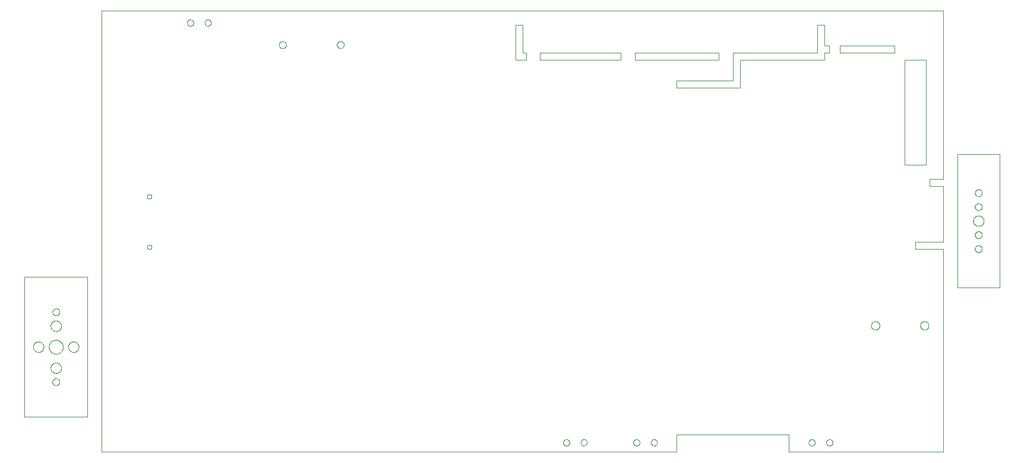
<source format=gbr>
G75*
%MOIN*%
%OFA0B0*%
%FSLAX25Y25*%
%IPPOS*%
%LPD*%
%AMOC8*
5,1,8,0,0,1.08239X$1,22.5*
%
%ADD10C,0.00000*%
D10*
X0044307Y0008143D02*
X0044307Y0256175D01*
X0516748Y0256175D01*
X0516748Y0161687D01*
X0508874Y0161687D01*
X0508874Y0157750D01*
X0516748Y0157750D01*
X0516748Y0126254D01*
X0501000Y0126254D01*
X0501000Y0122317D01*
X0516748Y0122317D01*
X0516748Y0008143D01*
X0430134Y0008143D01*
X0430134Y0017986D01*
X0367142Y0017986D01*
X0367142Y0008143D01*
X0044307Y0008143D01*
X0036433Y0027828D02*
X0036433Y0106569D01*
X0001000Y0106569D01*
X0001000Y0027828D01*
X0036433Y0027828D01*
X0016748Y0047513D02*
X0016750Y0047601D01*
X0016756Y0047689D01*
X0016766Y0047777D01*
X0016780Y0047865D01*
X0016797Y0047951D01*
X0016819Y0048037D01*
X0016844Y0048121D01*
X0016874Y0048205D01*
X0016906Y0048287D01*
X0016943Y0048367D01*
X0016983Y0048446D01*
X0017027Y0048523D01*
X0017074Y0048598D01*
X0017124Y0048670D01*
X0017178Y0048741D01*
X0017234Y0048808D01*
X0017294Y0048874D01*
X0017356Y0048936D01*
X0017422Y0048996D01*
X0017489Y0049052D01*
X0017560Y0049106D01*
X0017632Y0049156D01*
X0017707Y0049203D01*
X0017784Y0049247D01*
X0017863Y0049287D01*
X0017943Y0049324D01*
X0018025Y0049356D01*
X0018109Y0049386D01*
X0018193Y0049411D01*
X0018279Y0049433D01*
X0018365Y0049450D01*
X0018453Y0049464D01*
X0018541Y0049474D01*
X0018629Y0049480D01*
X0018717Y0049482D01*
X0018805Y0049480D01*
X0018893Y0049474D01*
X0018981Y0049464D01*
X0019069Y0049450D01*
X0019155Y0049433D01*
X0019241Y0049411D01*
X0019325Y0049386D01*
X0019409Y0049356D01*
X0019491Y0049324D01*
X0019571Y0049287D01*
X0019650Y0049247D01*
X0019727Y0049203D01*
X0019802Y0049156D01*
X0019874Y0049106D01*
X0019945Y0049052D01*
X0020012Y0048996D01*
X0020078Y0048936D01*
X0020140Y0048874D01*
X0020200Y0048808D01*
X0020256Y0048741D01*
X0020310Y0048670D01*
X0020360Y0048598D01*
X0020407Y0048523D01*
X0020451Y0048446D01*
X0020491Y0048367D01*
X0020528Y0048287D01*
X0020560Y0048205D01*
X0020590Y0048121D01*
X0020615Y0048037D01*
X0020637Y0047951D01*
X0020654Y0047865D01*
X0020668Y0047777D01*
X0020678Y0047689D01*
X0020684Y0047601D01*
X0020686Y0047513D01*
X0020684Y0047425D01*
X0020678Y0047337D01*
X0020668Y0047249D01*
X0020654Y0047161D01*
X0020637Y0047075D01*
X0020615Y0046989D01*
X0020590Y0046905D01*
X0020560Y0046821D01*
X0020528Y0046739D01*
X0020491Y0046659D01*
X0020451Y0046580D01*
X0020407Y0046503D01*
X0020360Y0046428D01*
X0020310Y0046356D01*
X0020256Y0046285D01*
X0020200Y0046218D01*
X0020140Y0046152D01*
X0020078Y0046090D01*
X0020012Y0046030D01*
X0019945Y0045974D01*
X0019874Y0045920D01*
X0019802Y0045870D01*
X0019727Y0045823D01*
X0019650Y0045779D01*
X0019571Y0045739D01*
X0019491Y0045702D01*
X0019409Y0045670D01*
X0019325Y0045640D01*
X0019241Y0045615D01*
X0019155Y0045593D01*
X0019069Y0045576D01*
X0018981Y0045562D01*
X0018893Y0045552D01*
X0018805Y0045546D01*
X0018717Y0045544D01*
X0018629Y0045546D01*
X0018541Y0045552D01*
X0018453Y0045562D01*
X0018365Y0045576D01*
X0018279Y0045593D01*
X0018193Y0045615D01*
X0018109Y0045640D01*
X0018025Y0045670D01*
X0017943Y0045702D01*
X0017863Y0045739D01*
X0017784Y0045779D01*
X0017707Y0045823D01*
X0017632Y0045870D01*
X0017560Y0045920D01*
X0017489Y0045974D01*
X0017422Y0046030D01*
X0017356Y0046090D01*
X0017294Y0046152D01*
X0017234Y0046218D01*
X0017178Y0046285D01*
X0017124Y0046356D01*
X0017074Y0046428D01*
X0017027Y0046503D01*
X0016983Y0046580D01*
X0016943Y0046659D01*
X0016906Y0046739D01*
X0016874Y0046821D01*
X0016844Y0046905D01*
X0016819Y0046989D01*
X0016797Y0047075D01*
X0016780Y0047161D01*
X0016766Y0047249D01*
X0016756Y0047337D01*
X0016750Y0047425D01*
X0016748Y0047513D01*
X0015764Y0055387D02*
X0015766Y0055495D01*
X0015772Y0055604D01*
X0015782Y0055712D01*
X0015796Y0055819D01*
X0015814Y0055926D01*
X0015835Y0056033D01*
X0015861Y0056138D01*
X0015891Y0056243D01*
X0015924Y0056346D01*
X0015961Y0056448D01*
X0016002Y0056548D01*
X0016046Y0056647D01*
X0016095Y0056745D01*
X0016146Y0056840D01*
X0016201Y0056933D01*
X0016260Y0057025D01*
X0016322Y0057114D01*
X0016387Y0057201D01*
X0016455Y0057285D01*
X0016526Y0057367D01*
X0016600Y0057446D01*
X0016677Y0057522D01*
X0016757Y0057596D01*
X0016840Y0057666D01*
X0016925Y0057734D01*
X0017012Y0057798D01*
X0017102Y0057859D01*
X0017194Y0057917D01*
X0017288Y0057971D01*
X0017384Y0058022D01*
X0017481Y0058069D01*
X0017581Y0058113D01*
X0017682Y0058153D01*
X0017784Y0058189D01*
X0017887Y0058221D01*
X0017992Y0058250D01*
X0018098Y0058274D01*
X0018204Y0058295D01*
X0018311Y0058312D01*
X0018419Y0058325D01*
X0018527Y0058334D01*
X0018636Y0058339D01*
X0018744Y0058340D01*
X0018853Y0058337D01*
X0018961Y0058330D01*
X0019069Y0058319D01*
X0019176Y0058304D01*
X0019283Y0058285D01*
X0019389Y0058262D01*
X0019494Y0058236D01*
X0019599Y0058205D01*
X0019701Y0058171D01*
X0019803Y0058133D01*
X0019903Y0058091D01*
X0020002Y0058046D01*
X0020099Y0057997D01*
X0020193Y0057944D01*
X0020286Y0057888D01*
X0020377Y0057829D01*
X0020466Y0057766D01*
X0020552Y0057701D01*
X0020636Y0057632D01*
X0020717Y0057560D01*
X0020795Y0057485D01*
X0020871Y0057407D01*
X0020944Y0057326D01*
X0021014Y0057243D01*
X0021080Y0057158D01*
X0021144Y0057070D01*
X0021204Y0056979D01*
X0021261Y0056887D01*
X0021314Y0056792D01*
X0021364Y0056696D01*
X0021410Y0056598D01*
X0021453Y0056498D01*
X0021492Y0056397D01*
X0021527Y0056294D01*
X0021559Y0056191D01*
X0021586Y0056086D01*
X0021610Y0055980D01*
X0021630Y0055873D01*
X0021646Y0055766D01*
X0021658Y0055658D01*
X0021666Y0055550D01*
X0021670Y0055441D01*
X0021670Y0055333D01*
X0021666Y0055224D01*
X0021658Y0055116D01*
X0021646Y0055008D01*
X0021630Y0054901D01*
X0021610Y0054794D01*
X0021586Y0054688D01*
X0021559Y0054583D01*
X0021527Y0054480D01*
X0021492Y0054377D01*
X0021453Y0054276D01*
X0021410Y0054176D01*
X0021364Y0054078D01*
X0021314Y0053982D01*
X0021261Y0053887D01*
X0021204Y0053795D01*
X0021144Y0053704D01*
X0021080Y0053616D01*
X0021014Y0053531D01*
X0020944Y0053448D01*
X0020871Y0053367D01*
X0020795Y0053289D01*
X0020717Y0053214D01*
X0020636Y0053142D01*
X0020552Y0053073D01*
X0020466Y0053008D01*
X0020377Y0052945D01*
X0020286Y0052886D01*
X0020194Y0052830D01*
X0020099Y0052777D01*
X0020002Y0052728D01*
X0019903Y0052683D01*
X0019803Y0052641D01*
X0019701Y0052603D01*
X0019599Y0052569D01*
X0019494Y0052538D01*
X0019389Y0052512D01*
X0019283Y0052489D01*
X0019176Y0052470D01*
X0019069Y0052455D01*
X0018961Y0052444D01*
X0018853Y0052437D01*
X0018744Y0052434D01*
X0018636Y0052435D01*
X0018527Y0052440D01*
X0018419Y0052449D01*
X0018311Y0052462D01*
X0018204Y0052479D01*
X0018098Y0052500D01*
X0017992Y0052524D01*
X0017887Y0052553D01*
X0017784Y0052585D01*
X0017682Y0052621D01*
X0017581Y0052661D01*
X0017481Y0052705D01*
X0017384Y0052752D01*
X0017288Y0052803D01*
X0017194Y0052857D01*
X0017102Y0052915D01*
X0017012Y0052976D01*
X0016925Y0053040D01*
X0016840Y0053108D01*
X0016757Y0053178D01*
X0016677Y0053252D01*
X0016600Y0053328D01*
X0016526Y0053407D01*
X0016455Y0053489D01*
X0016387Y0053573D01*
X0016322Y0053660D01*
X0016260Y0053749D01*
X0016201Y0053841D01*
X0016146Y0053934D01*
X0016095Y0054029D01*
X0016046Y0054127D01*
X0016002Y0054226D01*
X0015961Y0054326D01*
X0015924Y0054428D01*
X0015891Y0054531D01*
X0015861Y0054636D01*
X0015835Y0054741D01*
X0015814Y0054848D01*
X0015796Y0054955D01*
X0015782Y0055062D01*
X0015772Y0055170D01*
X0015766Y0055279D01*
X0015764Y0055387D01*
X0014780Y0067199D02*
X0014782Y0067324D01*
X0014788Y0067449D01*
X0014798Y0067573D01*
X0014812Y0067697D01*
X0014829Y0067821D01*
X0014851Y0067944D01*
X0014877Y0068066D01*
X0014906Y0068188D01*
X0014939Y0068308D01*
X0014977Y0068427D01*
X0015017Y0068546D01*
X0015062Y0068662D01*
X0015110Y0068777D01*
X0015162Y0068891D01*
X0015218Y0069003D01*
X0015277Y0069113D01*
X0015339Y0069221D01*
X0015405Y0069328D01*
X0015474Y0069432D01*
X0015547Y0069533D01*
X0015622Y0069633D01*
X0015701Y0069730D01*
X0015783Y0069824D01*
X0015868Y0069916D01*
X0015955Y0070005D01*
X0016046Y0070091D01*
X0016139Y0070174D01*
X0016235Y0070255D01*
X0016333Y0070332D01*
X0016433Y0070406D01*
X0016536Y0070477D01*
X0016641Y0070544D01*
X0016749Y0070609D01*
X0016858Y0070669D01*
X0016969Y0070727D01*
X0017082Y0070780D01*
X0017196Y0070830D01*
X0017312Y0070877D01*
X0017429Y0070919D01*
X0017548Y0070958D01*
X0017668Y0070994D01*
X0017789Y0071025D01*
X0017911Y0071053D01*
X0018033Y0071076D01*
X0018157Y0071096D01*
X0018281Y0071112D01*
X0018405Y0071124D01*
X0018530Y0071132D01*
X0018655Y0071136D01*
X0018779Y0071136D01*
X0018904Y0071132D01*
X0019029Y0071124D01*
X0019153Y0071112D01*
X0019277Y0071096D01*
X0019401Y0071076D01*
X0019523Y0071053D01*
X0019645Y0071025D01*
X0019766Y0070994D01*
X0019886Y0070958D01*
X0020005Y0070919D01*
X0020122Y0070877D01*
X0020238Y0070830D01*
X0020352Y0070780D01*
X0020465Y0070727D01*
X0020576Y0070669D01*
X0020686Y0070609D01*
X0020793Y0070544D01*
X0020898Y0070477D01*
X0021001Y0070406D01*
X0021101Y0070332D01*
X0021199Y0070255D01*
X0021295Y0070174D01*
X0021388Y0070091D01*
X0021479Y0070005D01*
X0021566Y0069916D01*
X0021651Y0069824D01*
X0021733Y0069730D01*
X0021812Y0069633D01*
X0021887Y0069533D01*
X0021960Y0069432D01*
X0022029Y0069328D01*
X0022095Y0069221D01*
X0022157Y0069113D01*
X0022216Y0069003D01*
X0022272Y0068891D01*
X0022324Y0068777D01*
X0022372Y0068662D01*
X0022417Y0068546D01*
X0022457Y0068427D01*
X0022495Y0068308D01*
X0022528Y0068188D01*
X0022557Y0068066D01*
X0022583Y0067944D01*
X0022605Y0067821D01*
X0022622Y0067697D01*
X0022636Y0067573D01*
X0022646Y0067449D01*
X0022652Y0067324D01*
X0022654Y0067199D01*
X0022652Y0067074D01*
X0022646Y0066949D01*
X0022636Y0066825D01*
X0022622Y0066701D01*
X0022605Y0066577D01*
X0022583Y0066454D01*
X0022557Y0066332D01*
X0022528Y0066210D01*
X0022495Y0066090D01*
X0022457Y0065971D01*
X0022417Y0065852D01*
X0022372Y0065736D01*
X0022324Y0065621D01*
X0022272Y0065507D01*
X0022216Y0065395D01*
X0022157Y0065285D01*
X0022095Y0065177D01*
X0022029Y0065070D01*
X0021960Y0064966D01*
X0021887Y0064865D01*
X0021812Y0064765D01*
X0021733Y0064668D01*
X0021651Y0064574D01*
X0021566Y0064482D01*
X0021479Y0064393D01*
X0021388Y0064307D01*
X0021295Y0064224D01*
X0021199Y0064143D01*
X0021101Y0064066D01*
X0021001Y0063992D01*
X0020898Y0063921D01*
X0020793Y0063854D01*
X0020685Y0063789D01*
X0020576Y0063729D01*
X0020465Y0063671D01*
X0020352Y0063618D01*
X0020238Y0063568D01*
X0020122Y0063521D01*
X0020005Y0063479D01*
X0019886Y0063440D01*
X0019766Y0063404D01*
X0019645Y0063373D01*
X0019523Y0063345D01*
X0019401Y0063322D01*
X0019277Y0063302D01*
X0019153Y0063286D01*
X0019029Y0063274D01*
X0018904Y0063266D01*
X0018779Y0063262D01*
X0018655Y0063262D01*
X0018530Y0063266D01*
X0018405Y0063274D01*
X0018281Y0063286D01*
X0018157Y0063302D01*
X0018033Y0063322D01*
X0017911Y0063345D01*
X0017789Y0063373D01*
X0017668Y0063404D01*
X0017548Y0063440D01*
X0017429Y0063479D01*
X0017312Y0063521D01*
X0017196Y0063568D01*
X0017082Y0063618D01*
X0016969Y0063671D01*
X0016858Y0063729D01*
X0016748Y0063789D01*
X0016641Y0063854D01*
X0016536Y0063921D01*
X0016433Y0063992D01*
X0016333Y0064066D01*
X0016235Y0064143D01*
X0016139Y0064224D01*
X0016046Y0064307D01*
X0015955Y0064393D01*
X0015868Y0064482D01*
X0015783Y0064574D01*
X0015701Y0064668D01*
X0015622Y0064765D01*
X0015547Y0064865D01*
X0015474Y0064966D01*
X0015405Y0065070D01*
X0015339Y0065177D01*
X0015277Y0065285D01*
X0015218Y0065395D01*
X0015162Y0065507D01*
X0015110Y0065621D01*
X0015062Y0065736D01*
X0015017Y0065852D01*
X0014977Y0065971D01*
X0014939Y0066090D01*
X0014906Y0066210D01*
X0014877Y0066332D01*
X0014851Y0066454D01*
X0014829Y0066577D01*
X0014812Y0066701D01*
X0014798Y0066825D01*
X0014788Y0066949D01*
X0014782Y0067074D01*
X0014780Y0067199D01*
X0005921Y0067199D02*
X0005923Y0067307D01*
X0005929Y0067416D01*
X0005939Y0067524D01*
X0005953Y0067631D01*
X0005971Y0067738D01*
X0005992Y0067845D01*
X0006018Y0067950D01*
X0006048Y0068055D01*
X0006081Y0068158D01*
X0006118Y0068260D01*
X0006159Y0068360D01*
X0006203Y0068459D01*
X0006252Y0068557D01*
X0006303Y0068652D01*
X0006358Y0068745D01*
X0006417Y0068837D01*
X0006479Y0068926D01*
X0006544Y0069013D01*
X0006612Y0069097D01*
X0006683Y0069179D01*
X0006757Y0069258D01*
X0006834Y0069334D01*
X0006914Y0069408D01*
X0006997Y0069478D01*
X0007082Y0069546D01*
X0007169Y0069610D01*
X0007259Y0069671D01*
X0007351Y0069729D01*
X0007445Y0069783D01*
X0007541Y0069834D01*
X0007638Y0069881D01*
X0007738Y0069925D01*
X0007839Y0069965D01*
X0007941Y0070001D01*
X0008044Y0070033D01*
X0008149Y0070062D01*
X0008255Y0070086D01*
X0008361Y0070107D01*
X0008468Y0070124D01*
X0008576Y0070137D01*
X0008684Y0070146D01*
X0008793Y0070151D01*
X0008901Y0070152D01*
X0009010Y0070149D01*
X0009118Y0070142D01*
X0009226Y0070131D01*
X0009333Y0070116D01*
X0009440Y0070097D01*
X0009546Y0070074D01*
X0009651Y0070048D01*
X0009756Y0070017D01*
X0009858Y0069983D01*
X0009960Y0069945D01*
X0010060Y0069903D01*
X0010159Y0069858D01*
X0010256Y0069809D01*
X0010350Y0069756D01*
X0010443Y0069700D01*
X0010534Y0069641D01*
X0010623Y0069578D01*
X0010709Y0069513D01*
X0010793Y0069444D01*
X0010874Y0069372D01*
X0010952Y0069297D01*
X0011028Y0069219D01*
X0011101Y0069138D01*
X0011171Y0069055D01*
X0011237Y0068970D01*
X0011301Y0068882D01*
X0011361Y0068791D01*
X0011418Y0068699D01*
X0011471Y0068604D01*
X0011521Y0068508D01*
X0011567Y0068410D01*
X0011610Y0068310D01*
X0011649Y0068209D01*
X0011684Y0068106D01*
X0011716Y0068003D01*
X0011743Y0067898D01*
X0011767Y0067792D01*
X0011787Y0067685D01*
X0011803Y0067578D01*
X0011815Y0067470D01*
X0011823Y0067362D01*
X0011827Y0067253D01*
X0011827Y0067145D01*
X0011823Y0067036D01*
X0011815Y0066928D01*
X0011803Y0066820D01*
X0011787Y0066713D01*
X0011767Y0066606D01*
X0011743Y0066500D01*
X0011716Y0066395D01*
X0011684Y0066292D01*
X0011649Y0066189D01*
X0011610Y0066088D01*
X0011567Y0065988D01*
X0011521Y0065890D01*
X0011471Y0065794D01*
X0011418Y0065699D01*
X0011361Y0065607D01*
X0011301Y0065516D01*
X0011237Y0065428D01*
X0011171Y0065343D01*
X0011101Y0065260D01*
X0011028Y0065179D01*
X0010952Y0065101D01*
X0010874Y0065026D01*
X0010793Y0064954D01*
X0010709Y0064885D01*
X0010623Y0064820D01*
X0010534Y0064757D01*
X0010443Y0064698D01*
X0010351Y0064642D01*
X0010256Y0064589D01*
X0010159Y0064540D01*
X0010060Y0064495D01*
X0009960Y0064453D01*
X0009858Y0064415D01*
X0009756Y0064381D01*
X0009651Y0064350D01*
X0009546Y0064324D01*
X0009440Y0064301D01*
X0009333Y0064282D01*
X0009226Y0064267D01*
X0009118Y0064256D01*
X0009010Y0064249D01*
X0008901Y0064246D01*
X0008793Y0064247D01*
X0008684Y0064252D01*
X0008576Y0064261D01*
X0008468Y0064274D01*
X0008361Y0064291D01*
X0008255Y0064312D01*
X0008149Y0064336D01*
X0008044Y0064365D01*
X0007941Y0064397D01*
X0007839Y0064433D01*
X0007738Y0064473D01*
X0007638Y0064517D01*
X0007541Y0064564D01*
X0007445Y0064615D01*
X0007351Y0064669D01*
X0007259Y0064727D01*
X0007169Y0064788D01*
X0007082Y0064852D01*
X0006997Y0064920D01*
X0006914Y0064990D01*
X0006834Y0065064D01*
X0006757Y0065140D01*
X0006683Y0065219D01*
X0006612Y0065301D01*
X0006544Y0065385D01*
X0006479Y0065472D01*
X0006417Y0065561D01*
X0006358Y0065653D01*
X0006303Y0065746D01*
X0006252Y0065841D01*
X0006203Y0065939D01*
X0006159Y0066038D01*
X0006118Y0066138D01*
X0006081Y0066240D01*
X0006048Y0066343D01*
X0006018Y0066448D01*
X0005992Y0066553D01*
X0005971Y0066660D01*
X0005953Y0066767D01*
X0005939Y0066874D01*
X0005929Y0066982D01*
X0005923Y0067091D01*
X0005921Y0067199D01*
X0015764Y0079010D02*
X0015766Y0079118D01*
X0015772Y0079227D01*
X0015782Y0079335D01*
X0015796Y0079442D01*
X0015814Y0079549D01*
X0015835Y0079656D01*
X0015861Y0079761D01*
X0015891Y0079866D01*
X0015924Y0079969D01*
X0015961Y0080071D01*
X0016002Y0080171D01*
X0016046Y0080270D01*
X0016095Y0080368D01*
X0016146Y0080463D01*
X0016201Y0080556D01*
X0016260Y0080648D01*
X0016322Y0080737D01*
X0016387Y0080824D01*
X0016455Y0080908D01*
X0016526Y0080990D01*
X0016600Y0081069D01*
X0016677Y0081145D01*
X0016757Y0081219D01*
X0016840Y0081289D01*
X0016925Y0081357D01*
X0017012Y0081421D01*
X0017102Y0081482D01*
X0017194Y0081540D01*
X0017288Y0081594D01*
X0017384Y0081645D01*
X0017481Y0081692D01*
X0017581Y0081736D01*
X0017682Y0081776D01*
X0017784Y0081812D01*
X0017887Y0081844D01*
X0017992Y0081873D01*
X0018098Y0081897D01*
X0018204Y0081918D01*
X0018311Y0081935D01*
X0018419Y0081948D01*
X0018527Y0081957D01*
X0018636Y0081962D01*
X0018744Y0081963D01*
X0018853Y0081960D01*
X0018961Y0081953D01*
X0019069Y0081942D01*
X0019176Y0081927D01*
X0019283Y0081908D01*
X0019389Y0081885D01*
X0019494Y0081859D01*
X0019599Y0081828D01*
X0019701Y0081794D01*
X0019803Y0081756D01*
X0019903Y0081714D01*
X0020002Y0081669D01*
X0020099Y0081620D01*
X0020193Y0081567D01*
X0020286Y0081511D01*
X0020377Y0081452D01*
X0020466Y0081389D01*
X0020552Y0081324D01*
X0020636Y0081255D01*
X0020717Y0081183D01*
X0020795Y0081108D01*
X0020871Y0081030D01*
X0020944Y0080949D01*
X0021014Y0080866D01*
X0021080Y0080781D01*
X0021144Y0080693D01*
X0021204Y0080602D01*
X0021261Y0080510D01*
X0021314Y0080415D01*
X0021364Y0080319D01*
X0021410Y0080221D01*
X0021453Y0080121D01*
X0021492Y0080020D01*
X0021527Y0079917D01*
X0021559Y0079814D01*
X0021586Y0079709D01*
X0021610Y0079603D01*
X0021630Y0079496D01*
X0021646Y0079389D01*
X0021658Y0079281D01*
X0021666Y0079173D01*
X0021670Y0079064D01*
X0021670Y0078956D01*
X0021666Y0078847D01*
X0021658Y0078739D01*
X0021646Y0078631D01*
X0021630Y0078524D01*
X0021610Y0078417D01*
X0021586Y0078311D01*
X0021559Y0078206D01*
X0021527Y0078103D01*
X0021492Y0078000D01*
X0021453Y0077899D01*
X0021410Y0077799D01*
X0021364Y0077701D01*
X0021314Y0077605D01*
X0021261Y0077510D01*
X0021204Y0077418D01*
X0021144Y0077327D01*
X0021080Y0077239D01*
X0021014Y0077154D01*
X0020944Y0077071D01*
X0020871Y0076990D01*
X0020795Y0076912D01*
X0020717Y0076837D01*
X0020636Y0076765D01*
X0020552Y0076696D01*
X0020466Y0076631D01*
X0020377Y0076568D01*
X0020286Y0076509D01*
X0020194Y0076453D01*
X0020099Y0076400D01*
X0020002Y0076351D01*
X0019903Y0076306D01*
X0019803Y0076264D01*
X0019701Y0076226D01*
X0019599Y0076192D01*
X0019494Y0076161D01*
X0019389Y0076135D01*
X0019283Y0076112D01*
X0019176Y0076093D01*
X0019069Y0076078D01*
X0018961Y0076067D01*
X0018853Y0076060D01*
X0018744Y0076057D01*
X0018636Y0076058D01*
X0018527Y0076063D01*
X0018419Y0076072D01*
X0018311Y0076085D01*
X0018204Y0076102D01*
X0018098Y0076123D01*
X0017992Y0076147D01*
X0017887Y0076176D01*
X0017784Y0076208D01*
X0017682Y0076244D01*
X0017581Y0076284D01*
X0017481Y0076328D01*
X0017384Y0076375D01*
X0017288Y0076426D01*
X0017194Y0076480D01*
X0017102Y0076538D01*
X0017012Y0076599D01*
X0016925Y0076663D01*
X0016840Y0076731D01*
X0016757Y0076801D01*
X0016677Y0076875D01*
X0016600Y0076951D01*
X0016526Y0077030D01*
X0016455Y0077112D01*
X0016387Y0077196D01*
X0016322Y0077283D01*
X0016260Y0077372D01*
X0016201Y0077464D01*
X0016146Y0077557D01*
X0016095Y0077652D01*
X0016046Y0077750D01*
X0016002Y0077849D01*
X0015961Y0077949D01*
X0015924Y0078051D01*
X0015891Y0078154D01*
X0015861Y0078259D01*
X0015835Y0078364D01*
X0015814Y0078471D01*
X0015796Y0078578D01*
X0015782Y0078685D01*
X0015772Y0078793D01*
X0015766Y0078902D01*
X0015764Y0079010D01*
X0016748Y0086884D02*
X0016750Y0086972D01*
X0016756Y0087060D01*
X0016766Y0087148D01*
X0016780Y0087236D01*
X0016797Y0087322D01*
X0016819Y0087408D01*
X0016844Y0087492D01*
X0016874Y0087576D01*
X0016906Y0087658D01*
X0016943Y0087738D01*
X0016983Y0087817D01*
X0017027Y0087894D01*
X0017074Y0087969D01*
X0017124Y0088041D01*
X0017178Y0088112D01*
X0017234Y0088179D01*
X0017294Y0088245D01*
X0017356Y0088307D01*
X0017422Y0088367D01*
X0017489Y0088423D01*
X0017560Y0088477D01*
X0017632Y0088527D01*
X0017707Y0088574D01*
X0017784Y0088618D01*
X0017863Y0088658D01*
X0017943Y0088695D01*
X0018025Y0088727D01*
X0018109Y0088757D01*
X0018193Y0088782D01*
X0018279Y0088804D01*
X0018365Y0088821D01*
X0018453Y0088835D01*
X0018541Y0088845D01*
X0018629Y0088851D01*
X0018717Y0088853D01*
X0018805Y0088851D01*
X0018893Y0088845D01*
X0018981Y0088835D01*
X0019069Y0088821D01*
X0019155Y0088804D01*
X0019241Y0088782D01*
X0019325Y0088757D01*
X0019409Y0088727D01*
X0019491Y0088695D01*
X0019571Y0088658D01*
X0019650Y0088618D01*
X0019727Y0088574D01*
X0019802Y0088527D01*
X0019874Y0088477D01*
X0019945Y0088423D01*
X0020012Y0088367D01*
X0020078Y0088307D01*
X0020140Y0088245D01*
X0020200Y0088179D01*
X0020256Y0088112D01*
X0020310Y0088041D01*
X0020360Y0087969D01*
X0020407Y0087894D01*
X0020451Y0087817D01*
X0020491Y0087738D01*
X0020528Y0087658D01*
X0020560Y0087576D01*
X0020590Y0087492D01*
X0020615Y0087408D01*
X0020637Y0087322D01*
X0020654Y0087236D01*
X0020668Y0087148D01*
X0020678Y0087060D01*
X0020684Y0086972D01*
X0020686Y0086884D01*
X0020684Y0086796D01*
X0020678Y0086708D01*
X0020668Y0086620D01*
X0020654Y0086532D01*
X0020637Y0086446D01*
X0020615Y0086360D01*
X0020590Y0086276D01*
X0020560Y0086192D01*
X0020528Y0086110D01*
X0020491Y0086030D01*
X0020451Y0085951D01*
X0020407Y0085874D01*
X0020360Y0085799D01*
X0020310Y0085727D01*
X0020256Y0085656D01*
X0020200Y0085589D01*
X0020140Y0085523D01*
X0020078Y0085461D01*
X0020012Y0085401D01*
X0019945Y0085345D01*
X0019874Y0085291D01*
X0019802Y0085241D01*
X0019727Y0085194D01*
X0019650Y0085150D01*
X0019571Y0085110D01*
X0019491Y0085073D01*
X0019409Y0085041D01*
X0019325Y0085011D01*
X0019241Y0084986D01*
X0019155Y0084964D01*
X0019069Y0084947D01*
X0018981Y0084933D01*
X0018893Y0084923D01*
X0018805Y0084917D01*
X0018717Y0084915D01*
X0018629Y0084917D01*
X0018541Y0084923D01*
X0018453Y0084933D01*
X0018365Y0084947D01*
X0018279Y0084964D01*
X0018193Y0084986D01*
X0018109Y0085011D01*
X0018025Y0085041D01*
X0017943Y0085073D01*
X0017863Y0085110D01*
X0017784Y0085150D01*
X0017707Y0085194D01*
X0017632Y0085241D01*
X0017560Y0085291D01*
X0017489Y0085345D01*
X0017422Y0085401D01*
X0017356Y0085461D01*
X0017294Y0085523D01*
X0017234Y0085589D01*
X0017178Y0085656D01*
X0017124Y0085727D01*
X0017074Y0085799D01*
X0017027Y0085874D01*
X0016983Y0085951D01*
X0016943Y0086030D01*
X0016906Y0086110D01*
X0016874Y0086192D01*
X0016844Y0086276D01*
X0016819Y0086360D01*
X0016797Y0086446D01*
X0016780Y0086532D01*
X0016766Y0086620D01*
X0016756Y0086708D01*
X0016750Y0086796D01*
X0016748Y0086884D01*
X0025606Y0067199D02*
X0025608Y0067307D01*
X0025614Y0067416D01*
X0025624Y0067524D01*
X0025638Y0067631D01*
X0025656Y0067738D01*
X0025677Y0067845D01*
X0025703Y0067950D01*
X0025733Y0068055D01*
X0025766Y0068158D01*
X0025803Y0068260D01*
X0025844Y0068360D01*
X0025888Y0068459D01*
X0025937Y0068557D01*
X0025988Y0068652D01*
X0026043Y0068745D01*
X0026102Y0068837D01*
X0026164Y0068926D01*
X0026229Y0069013D01*
X0026297Y0069097D01*
X0026368Y0069179D01*
X0026442Y0069258D01*
X0026519Y0069334D01*
X0026599Y0069408D01*
X0026682Y0069478D01*
X0026767Y0069546D01*
X0026854Y0069610D01*
X0026944Y0069671D01*
X0027036Y0069729D01*
X0027130Y0069783D01*
X0027226Y0069834D01*
X0027323Y0069881D01*
X0027423Y0069925D01*
X0027524Y0069965D01*
X0027626Y0070001D01*
X0027729Y0070033D01*
X0027834Y0070062D01*
X0027940Y0070086D01*
X0028046Y0070107D01*
X0028153Y0070124D01*
X0028261Y0070137D01*
X0028369Y0070146D01*
X0028478Y0070151D01*
X0028586Y0070152D01*
X0028695Y0070149D01*
X0028803Y0070142D01*
X0028911Y0070131D01*
X0029018Y0070116D01*
X0029125Y0070097D01*
X0029231Y0070074D01*
X0029336Y0070048D01*
X0029441Y0070017D01*
X0029543Y0069983D01*
X0029645Y0069945D01*
X0029745Y0069903D01*
X0029844Y0069858D01*
X0029941Y0069809D01*
X0030035Y0069756D01*
X0030128Y0069700D01*
X0030219Y0069641D01*
X0030308Y0069578D01*
X0030394Y0069513D01*
X0030478Y0069444D01*
X0030559Y0069372D01*
X0030637Y0069297D01*
X0030713Y0069219D01*
X0030786Y0069138D01*
X0030856Y0069055D01*
X0030922Y0068970D01*
X0030986Y0068882D01*
X0031046Y0068791D01*
X0031103Y0068699D01*
X0031156Y0068604D01*
X0031206Y0068508D01*
X0031252Y0068410D01*
X0031295Y0068310D01*
X0031334Y0068209D01*
X0031369Y0068106D01*
X0031401Y0068003D01*
X0031428Y0067898D01*
X0031452Y0067792D01*
X0031472Y0067685D01*
X0031488Y0067578D01*
X0031500Y0067470D01*
X0031508Y0067362D01*
X0031512Y0067253D01*
X0031512Y0067145D01*
X0031508Y0067036D01*
X0031500Y0066928D01*
X0031488Y0066820D01*
X0031472Y0066713D01*
X0031452Y0066606D01*
X0031428Y0066500D01*
X0031401Y0066395D01*
X0031369Y0066292D01*
X0031334Y0066189D01*
X0031295Y0066088D01*
X0031252Y0065988D01*
X0031206Y0065890D01*
X0031156Y0065794D01*
X0031103Y0065699D01*
X0031046Y0065607D01*
X0030986Y0065516D01*
X0030922Y0065428D01*
X0030856Y0065343D01*
X0030786Y0065260D01*
X0030713Y0065179D01*
X0030637Y0065101D01*
X0030559Y0065026D01*
X0030478Y0064954D01*
X0030394Y0064885D01*
X0030308Y0064820D01*
X0030219Y0064757D01*
X0030128Y0064698D01*
X0030036Y0064642D01*
X0029941Y0064589D01*
X0029844Y0064540D01*
X0029745Y0064495D01*
X0029645Y0064453D01*
X0029543Y0064415D01*
X0029441Y0064381D01*
X0029336Y0064350D01*
X0029231Y0064324D01*
X0029125Y0064301D01*
X0029018Y0064282D01*
X0028911Y0064267D01*
X0028803Y0064256D01*
X0028695Y0064249D01*
X0028586Y0064246D01*
X0028478Y0064247D01*
X0028369Y0064252D01*
X0028261Y0064261D01*
X0028153Y0064274D01*
X0028046Y0064291D01*
X0027940Y0064312D01*
X0027834Y0064336D01*
X0027729Y0064365D01*
X0027626Y0064397D01*
X0027524Y0064433D01*
X0027423Y0064473D01*
X0027323Y0064517D01*
X0027226Y0064564D01*
X0027130Y0064615D01*
X0027036Y0064669D01*
X0026944Y0064727D01*
X0026854Y0064788D01*
X0026767Y0064852D01*
X0026682Y0064920D01*
X0026599Y0064990D01*
X0026519Y0065064D01*
X0026442Y0065140D01*
X0026368Y0065219D01*
X0026297Y0065301D01*
X0026229Y0065385D01*
X0026164Y0065472D01*
X0026102Y0065561D01*
X0026043Y0065653D01*
X0025988Y0065746D01*
X0025937Y0065841D01*
X0025888Y0065939D01*
X0025844Y0066038D01*
X0025803Y0066138D01*
X0025766Y0066240D01*
X0025733Y0066343D01*
X0025703Y0066448D01*
X0025677Y0066553D01*
X0025656Y0066660D01*
X0025638Y0066767D01*
X0025624Y0066874D01*
X0025614Y0066982D01*
X0025608Y0067091D01*
X0025606Y0067199D01*
X0069897Y0123399D02*
X0069899Y0123470D01*
X0069905Y0123541D01*
X0069915Y0123612D01*
X0069929Y0123681D01*
X0069946Y0123750D01*
X0069968Y0123818D01*
X0069993Y0123885D01*
X0070022Y0123950D01*
X0070054Y0124013D01*
X0070090Y0124075D01*
X0070129Y0124134D01*
X0070172Y0124191D01*
X0070217Y0124246D01*
X0070266Y0124298D01*
X0070317Y0124347D01*
X0070371Y0124393D01*
X0070428Y0124437D01*
X0070486Y0124477D01*
X0070547Y0124513D01*
X0070610Y0124547D01*
X0070675Y0124576D01*
X0070741Y0124602D01*
X0070809Y0124625D01*
X0070877Y0124643D01*
X0070947Y0124658D01*
X0071017Y0124669D01*
X0071088Y0124676D01*
X0071159Y0124679D01*
X0071230Y0124678D01*
X0071301Y0124673D01*
X0071372Y0124664D01*
X0071442Y0124651D01*
X0071511Y0124635D01*
X0071579Y0124614D01*
X0071646Y0124590D01*
X0071712Y0124562D01*
X0071775Y0124530D01*
X0071837Y0124495D01*
X0071897Y0124457D01*
X0071955Y0124415D01*
X0072010Y0124371D01*
X0072063Y0124323D01*
X0072113Y0124272D01*
X0072160Y0124219D01*
X0072204Y0124163D01*
X0072245Y0124105D01*
X0072283Y0124044D01*
X0072317Y0123982D01*
X0072347Y0123917D01*
X0072374Y0123852D01*
X0072398Y0123784D01*
X0072417Y0123716D01*
X0072433Y0123647D01*
X0072445Y0123576D01*
X0072453Y0123506D01*
X0072457Y0123435D01*
X0072457Y0123363D01*
X0072453Y0123292D01*
X0072445Y0123222D01*
X0072433Y0123151D01*
X0072417Y0123082D01*
X0072398Y0123014D01*
X0072374Y0122946D01*
X0072347Y0122881D01*
X0072317Y0122816D01*
X0072283Y0122754D01*
X0072245Y0122693D01*
X0072204Y0122635D01*
X0072160Y0122579D01*
X0072113Y0122526D01*
X0072063Y0122475D01*
X0072010Y0122427D01*
X0071955Y0122383D01*
X0071897Y0122341D01*
X0071837Y0122303D01*
X0071775Y0122268D01*
X0071712Y0122236D01*
X0071646Y0122208D01*
X0071579Y0122184D01*
X0071511Y0122163D01*
X0071442Y0122147D01*
X0071372Y0122134D01*
X0071301Y0122125D01*
X0071230Y0122120D01*
X0071159Y0122119D01*
X0071088Y0122122D01*
X0071017Y0122129D01*
X0070947Y0122140D01*
X0070877Y0122155D01*
X0070809Y0122173D01*
X0070741Y0122196D01*
X0070675Y0122222D01*
X0070610Y0122251D01*
X0070547Y0122285D01*
X0070486Y0122321D01*
X0070428Y0122361D01*
X0070371Y0122405D01*
X0070317Y0122451D01*
X0070266Y0122500D01*
X0070217Y0122552D01*
X0070172Y0122607D01*
X0070129Y0122664D01*
X0070090Y0122723D01*
X0070054Y0122785D01*
X0070022Y0122848D01*
X0069993Y0122913D01*
X0069968Y0122980D01*
X0069946Y0123048D01*
X0069929Y0123117D01*
X0069915Y0123186D01*
X0069905Y0123257D01*
X0069899Y0123328D01*
X0069897Y0123399D01*
X0069897Y0151746D02*
X0069899Y0151817D01*
X0069905Y0151888D01*
X0069915Y0151959D01*
X0069929Y0152028D01*
X0069946Y0152097D01*
X0069968Y0152165D01*
X0069993Y0152232D01*
X0070022Y0152297D01*
X0070054Y0152360D01*
X0070090Y0152422D01*
X0070129Y0152481D01*
X0070172Y0152538D01*
X0070217Y0152593D01*
X0070266Y0152645D01*
X0070317Y0152694D01*
X0070371Y0152740D01*
X0070428Y0152784D01*
X0070486Y0152824D01*
X0070547Y0152860D01*
X0070610Y0152894D01*
X0070675Y0152923D01*
X0070741Y0152949D01*
X0070809Y0152972D01*
X0070877Y0152990D01*
X0070947Y0153005D01*
X0071017Y0153016D01*
X0071088Y0153023D01*
X0071159Y0153026D01*
X0071230Y0153025D01*
X0071301Y0153020D01*
X0071372Y0153011D01*
X0071442Y0152998D01*
X0071511Y0152982D01*
X0071579Y0152961D01*
X0071646Y0152937D01*
X0071712Y0152909D01*
X0071775Y0152877D01*
X0071837Y0152842D01*
X0071897Y0152804D01*
X0071955Y0152762D01*
X0072010Y0152718D01*
X0072063Y0152670D01*
X0072113Y0152619D01*
X0072160Y0152566D01*
X0072204Y0152510D01*
X0072245Y0152452D01*
X0072283Y0152391D01*
X0072317Y0152329D01*
X0072347Y0152264D01*
X0072374Y0152199D01*
X0072398Y0152131D01*
X0072417Y0152063D01*
X0072433Y0151994D01*
X0072445Y0151923D01*
X0072453Y0151853D01*
X0072457Y0151782D01*
X0072457Y0151710D01*
X0072453Y0151639D01*
X0072445Y0151569D01*
X0072433Y0151498D01*
X0072417Y0151429D01*
X0072398Y0151361D01*
X0072374Y0151293D01*
X0072347Y0151228D01*
X0072317Y0151163D01*
X0072283Y0151101D01*
X0072245Y0151040D01*
X0072204Y0150982D01*
X0072160Y0150926D01*
X0072113Y0150873D01*
X0072063Y0150822D01*
X0072010Y0150774D01*
X0071955Y0150730D01*
X0071897Y0150688D01*
X0071837Y0150650D01*
X0071775Y0150615D01*
X0071712Y0150583D01*
X0071646Y0150555D01*
X0071579Y0150531D01*
X0071511Y0150510D01*
X0071442Y0150494D01*
X0071372Y0150481D01*
X0071301Y0150472D01*
X0071230Y0150467D01*
X0071159Y0150466D01*
X0071088Y0150469D01*
X0071017Y0150476D01*
X0070947Y0150487D01*
X0070877Y0150502D01*
X0070809Y0150520D01*
X0070741Y0150543D01*
X0070675Y0150569D01*
X0070610Y0150598D01*
X0070547Y0150632D01*
X0070486Y0150668D01*
X0070428Y0150708D01*
X0070371Y0150752D01*
X0070317Y0150798D01*
X0070266Y0150847D01*
X0070217Y0150899D01*
X0070172Y0150954D01*
X0070129Y0151011D01*
X0070090Y0151070D01*
X0070054Y0151132D01*
X0070022Y0151195D01*
X0069993Y0151260D01*
X0069968Y0151327D01*
X0069946Y0151395D01*
X0069929Y0151464D01*
X0069915Y0151533D01*
X0069905Y0151604D01*
X0069899Y0151675D01*
X0069897Y0151746D01*
X0143913Y0237080D02*
X0143915Y0237168D01*
X0143921Y0237256D01*
X0143931Y0237344D01*
X0143945Y0237432D01*
X0143962Y0237518D01*
X0143984Y0237604D01*
X0144009Y0237688D01*
X0144039Y0237772D01*
X0144071Y0237854D01*
X0144108Y0237934D01*
X0144148Y0238013D01*
X0144192Y0238090D01*
X0144239Y0238165D01*
X0144289Y0238237D01*
X0144343Y0238308D01*
X0144399Y0238375D01*
X0144459Y0238441D01*
X0144521Y0238503D01*
X0144587Y0238563D01*
X0144654Y0238619D01*
X0144725Y0238673D01*
X0144797Y0238723D01*
X0144872Y0238770D01*
X0144949Y0238814D01*
X0145028Y0238854D01*
X0145108Y0238891D01*
X0145190Y0238923D01*
X0145274Y0238953D01*
X0145358Y0238978D01*
X0145444Y0239000D01*
X0145530Y0239017D01*
X0145618Y0239031D01*
X0145706Y0239041D01*
X0145794Y0239047D01*
X0145882Y0239049D01*
X0145970Y0239047D01*
X0146058Y0239041D01*
X0146146Y0239031D01*
X0146234Y0239017D01*
X0146320Y0239000D01*
X0146406Y0238978D01*
X0146490Y0238953D01*
X0146574Y0238923D01*
X0146656Y0238891D01*
X0146736Y0238854D01*
X0146815Y0238814D01*
X0146892Y0238770D01*
X0146967Y0238723D01*
X0147039Y0238673D01*
X0147110Y0238619D01*
X0147177Y0238563D01*
X0147243Y0238503D01*
X0147305Y0238441D01*
X0147365Y0238375D01*
X0147421Y0238308D01*
X0147475Y0238237D01*
X0147525Y0238165D01*
X0147572Y0238090D01*
X0147616Y0238013D01*
X0147656Y0237934D01*
X0147693Y0237854D01*
X0147725Y0237772D01*
X0147755Y0237688D01*
X0147780Y0237604D01*
X0147802Y0237518D01*
X0147819Y0237432D01*
X0147833Y0237344D01*
X0147843Y0237256D01*
X0147849Y0237168D01*
X0147851Y0237080D01*
X0147849Y0236992D01*
X0147843Y0236904D01*
X0147833Y0236816D01*
X0147819Y0236728D01*
X0147802Y0236642D01*
X0147780Y0236556D01*
X0147755Y0236472D01*
X0147725Y0236388D01*
X0147693Y0236306D01*
X0147656Y0236226D01*
X0147616Y0236147D01*
X0147572Y0236070D01*
X0147525Y0235995D01*
X0147475Y0235923D01*
X0147421Y0235852D01*
X0147365Y0235785D01*
X0147305Y0235719D01*
X0147243Y0235657D01*
X0147177Y0235597D01*
X0147110Y0235541D01*
X0147039Y0235487D01*
X0146967Y0235437D01*
X0146892Y0235390D01*
X0146815Y0235346D01*
X0146736Y0235306D01*
X0146656Y0235269D01*
X0146574Y0235237D01*
X0146490Y0235207D01*
X0146406Y0235182D01*
X0146320Y0235160D01*
X0146234Y0235143D01*
X0146146Y0235129D01*
X0146058Y0235119D01*
X0145970Y0235113D01*
X0145882Y0235111D01*
X0145794Y0235113D01*
X0145706Y0235119D01*
X0145618Y0235129D01*
X0145530Y0235143D01*
X0145444Y0235160D01*
X0145358Y0235182D01*
X0145274Y0235207D01*
X0145190Y0235237D01*
X0145108Y0235269D01*
X0145028Y0235306D01*
X0144949Y0235346D01*
X0144872Y0235390D01*
X0144797Y0235437D01*
X0144725Y0235487D01*
X0144654Y0235541D01*
X0144587Y0235597D01*
X0144521Y0235657D01*
X0144459Y0235719D01*
X0144399Y0235785D01*
X0144343Y0235852D01*
X0144289Y0235923D01*
X0144239Y0235995D01*
X0144192Y0236070D01*
X0144148Y0236147D01*
X0144108Y0236226D01*
X0144071Y0236306D01*
X0144039Y0236388D01*
X0144009Y0236472D01*
X0143984Y0236556D01*
X0143962Y0236642D01*
X0143945Y0236728D01*
X0143931Y0236816D01*
X0143921Y0236904D01*
X0143915Y0236992D01*
X0143913Y0237080D01*
X0176393Y0237080D02*
X0176395Y0237168D01*
X0176401Y0237256D01*
X0176411Y0237344D01*
X0176425Y0237432D01*
X0176442Y0237518D01*
X0176464Y0237604D01*
X0176489Y0237688D01*
X0176519Y0237772D01*
X0176551Y0237854D01*
X0176588Y0237934D01*
X0176628Y0238013D01*
X0176672Y0238090D01*
X0176719Y0238165D01*
X0176769Y0238237D01*
X0176823Y0238308D01*
X0176879Y0238375D01*
X0176939Y0238441D01*
X0177001Y0238503D01*
X0177067Y0238563D01*
X0177134Y0238619D01*
X0177205Y0238673D01*
X0177277Y0238723D01*
X0177352Y0238770D01*
X0177429Y0238814D01*
X0177508Y0238854D01*
X0177588Y0238891D01*
X0177670Y0238923D01*
X0177754Y0238953D01*
X0177838Y0238978D01*
X0177924Y0239000D01*
X0178010Y0239017D01*
X0178098Y0239031D01*
X0178186Y0239041D01*
X0178274Y0239047D01*
X0178362Y0239049D01*
X0178450Y0239047D01*
X0178538Y0239041D01*
X0178626Y0239031D01*
X0178714Y0239017D01*
X0178800Y0239000D01*
X0178886Y0238978D01*
X0178970Y0238953D01*
X0179054Y0238923D01*
X0179136Y0238891D01*
X0179216Y0238854D01*
X0179295Y0238814D01*
X0179372Y0238770D01*
X0179447Y0238723D01*
X0179519Y0238673D01*
X0179590Y0238619D01*
X0179657Y0238563D01*
X0179723Y0238503D01*
X0179785Y0238441D01*
X0179845Y0238375D01*
X0179901Y0238308D01*
X0179955Y0238237D01*
X0180005Y0238165D01*
X0180052Y0238090D01*
X0180096Y0238013D01*
X0180136Y0237934D01*
X0180173Y0237854D01*
X0180205Y0237772D01*
X0180235Y0237688D01*
X0180260Y0237604D01*
X0180282Y0237518D01*
X0180299Y0237432D01*
X0180313Y0237344D01*
X0180323Y0237256D01*
X0180329Y0237168D01*
X0180331Y0237080D01*
X0180329Y0236992D01*
X0180323Y0236904D01*
X0180313Y0236816D01*
X0180299Y0236728D01*
X0180282Y0236642D01*
X0180260Y0236556D01*
X0180235Y0236472D01*
X0180205Y0236388D01*
X0180173Y0236306D01*
X0180136Y0236226D01*
X0180096Y0236147D01*
X0180052Y0236070D01*
X0180005Y0235995D01*
X0179955Y0235923D01*
X0179901Y0235852D01*
X0179845Y0235785D01*
X0179785Y0235719D01*
X0179723Y0235657D01*
X0179657Y0235597D01*
X0179590Y0235541D01*
X0179519Y0235487D01*
X0179447Y0235437D01*
X0179372Y0235390D01*
X0179295Y0235346D01*
X0179216Y0235306D01*
X0179136Y0235269D01*
X0179054Y0235237D01*
X0178970Y0235207D01*
X0178886Y0235182D01*
X0178800Y0235160D01*
X0178714Y0235143D01*
X0178626Y0235129D01*
X0178538Y0235119D01*
X0178450Y0235113D01*
X0178362Y0235111D01*
X0178274Y0235113D01*
X0178186Y0235119D01*
X0178098Y0235129D01*
X0178010Y0235143D01*
X0177924Y0235160D01*
X0177838Y0235182D01*
X0177754Y0235207D01*
X0177670Y0235237D01*
X0177588Y0235269D01*
X0177508Y0235306D01*
X0177429Y0235346D01*
X0177352Y0235390D01*
X0177277Y0235437D01*
X0177205Y0235487D01*
X0177134Y0235541D01*
X0177067Y0235597D01*
X0177001Y0235657D01*
X0176939Y0235719D01*
X0176879Y0235785D01*
X0176823Y0235852D01*
X0176769Y0235923D01*
X0176719Y0235995D01*
X0176672Y0236070D01*
X0176628Y0236147D01*
X0176588Y0236226D01*
X0176551Y0236306D01*
X0176519Y0236388D01*
X0176489Y0236472D01*
X0176464Y0236556D01*
X0176442Y0236642D01*
X0176425Y0236728D01*
X0176411Y0236816D01*
X0176401Y0236904D01*
X0176395Y0236992D01*
X0176393Y0237080D01*
X0102181Y0249482D02*
X0102183Y0249566D01*
X0102189Y0249649D01*
X0102199Y0249732D01*
X0102213Y0249815D01*
X0102230Y0249897D01*
X0102252Y0249978D01*
X0102277Y0250057D01*
X0102306Y0250136D01*
X0102339Y0250213D01*
X0102375Y0250288D01*
X0102415Y0250362D01*
X0102458Y0250434D01*
X0102505Y0250503D01*
X0102555Y0250570D01*
X0102608Y0250635D01*
X0102664Y0250697D01*
X0102722Y0250757D01*
X0102784Y0250814D01*
X0102848Y0250867D01*
X0102915Y0250918D01*
X0102984Y0250965D01*
X0103055Y0251010D01*
X0103128Y0251050D01*
X0103203Y0251087D01*
X0103280Y0251121D01*
X0103358Y0251151D01*
X0103437Y0251177D01*
X0103518Y0251200D01*
X0103600Y0251218D01*
X0103682Y0251233D01*
X0103765Y0251244D01*
X0103848Y0251251D01*
X0103932Y0251254D01*
X0104016Y0251253D01*
X0104099Y0251248D01*
X0104183Y0251239D01*
X0104265Y0251226D01*
X0104347Y0251210D01*
X0104428Y0251189D01*
X0104509Y0251165D01*
X0104587Y0251137D01*
X0104665Y0251105D01*
X0104741Y0251069D01*
X0104815Y0251030D01*
X0104887Y0250988D01*
X0104957Y0250942D01*
X0105025Y0250893D01*
X0105090Y0250841D01*
X0105153Y0250786D01*
X0105213Y0250728D01*
X0105271Y0250667D01*
X0105325Y0250603D01*
X0105377Y0250537D01*
X0105425Y0250469D01*
X0105470Y0250398D01*
X0105511Y0250325D01*
X0105550Y0250251D01*
X0105584Y0250175D01*
X0105615Y0250097D01*
X0105642Y0250018D01*
X0105666Y0249937D01*
X0105685Y0249856D01*
X0105701Y0249774D01*
X0105713Y0249691D01*
X0105721Y0249607D01*
X0105725Y0249524D01*
X0105725Y0249440D01*
X0105721Y0249357D01*
X0105713Y0249273D01*
X0105701Y0249190D01*
X0105685Y0249108D01*
X0105666Y0249027D01*
X0105642Y0248946D01*
X0105615Y0248867D01*
X0105584Y0248789D01*
X0105550Y0248713D01*
X0105511Y0248639D01*
X0105470Y0248566D01*
X0105425Y0248495D01*
X0105377Y0248427D01*
X0105325Y0248361D01*
X0105271Y0248297D01*
X0105213Y0248236D01*
X0105153Y0248178D01*
X0105090Y0248123D01*
X0105025Y0248071D01*
X0104957Y0248022D01*
X0104887Y0247976D01*
X0104815Y0247934D01*
X0104741Y0247895D01*
X0104665Y0247859D01*
X0104587Y0247827D01*
X0104509Y0247799D01*
X0104428Y0247775D01*
X0104347Y0247754D01*
X0104265Y0247738D01*
X0104183Y0247725D01*
X0104099Y0247716D01*
X0104016Y0247711D01*
X0103932Y0247710D01*
X0103848Y0247713D01*
X0103765Y0247720D01*
X0103682Y0247731D01*
X0103600Y0247746D01*
X0103518Y0247764D01*
X0103437Y0247787D01*
X0103358Y0247813D01*
X0103280Y0247843D01*
X0103203Y0247877D01*
X0103128Y0247914D01*
X0103055Y0247954D01*
X0102984Y0247999D01*
X0102915Y0248046D01*
X0102848Y0248097D01*
X0102784Y0248150D01*
X0102722Y0248207D01*
X0102664Y0248267D01*
X0102608Y0248329D01*
X0102555Y0248394D01*
X0102505Y0248461D01*
X0102458Y0248530D01*
X0102415Y0248602D01*
X0102375Y0248676D01*
X0102339Y0248751D01*
X0102306Y0248828D01*
X0102277Y0248907D01*
X0102252Y0248986D01*
X0102230Y0249067D01*
X0102213Y0249149D01*
X0102199Y0249232D01*
X0102189Y0249315D01*
X0102183Y0249398D01*
X0102181Y0249482D01*
X0092338Y0249482D02*
X0092340Y0249566D01*
X0092346Y0249649D01*
X0092356Y0249732D01*
X0092370Y0249815D01*
X0092387Y0249897D01*
X0092409Y0249978D01*
X0092434Y0250057D01*
X0092463Y0250136D01*
X0092496Y0250213D01*
X0092532Y0250288D01*
X0092572Y0250362D01*
X0092615Y0250434D01*
X0092662Y0250503D01*
X0092712Y0250570D01*
X0092765Y0250635D01*
X0092821Y0250697D01*
X0092879Y0250757D01*
X0092941Y0250814D01*
X0093005Y0250867D01*
X0093072Y0250918D01*
X0093141Y0250965D01*
X0093212Y0251010D01*
X0093285Y0251050D01*
X0093360Y0251087D01*
X0093437Y0251121D01*
X0093515Y0251151D01*
X0093594Y0251177D01*
X0093675Y0251200D01*
X0093757Y0251218D01*
X0093839Y0251233D01*
X0093922Y0251244D01*
X0094005Y0251251D01*
X0094089Y0251254D01*
X0094173Y0251253D01*
X0094256Y0251248D01*
X0094340Y0251239D01*
X0094422Y0251226D01*
X0094504Y0251210D01*
X0094585Y0251189D01*
X0094666Y0251165D01*
X0094744Y0251137D01*
X0094822Y0251105D01*
X0094898Y0251069D01*
X0094972Y0251030D01*
X0095044Y0250988D01*
X0095114Y0250942D01*
X0095182Y0250893D01*
X0095247Y0250841D01*
X0095310Y0250786D01*
X0095370Y0250728D01*
X0095428Y0250667D01*
X0095482Y0250603D01*
X0095534Y0250537D01*
X0095582Y0250469D01*
X0095627Y0250398D01*
X0095668Y0250325D01*
X0095707Y0250251D01*
X0095741Y0250175D01*
X0095772Y0250097D01*
X0095799Y0250018D01*
X0095823Y0249937D01*
X0095842Y0249856D01*
X0095858Y0249774D01*
X0095870Y0249691D01*
X0095878Y0249607D01*
X0095882Y0249524D01*
X0095882Y0249440D01*
X0095878Y0249357D01*
X0095870Y0249273D01*
X0095858Y0249190D01*
X0095842Y0249108D01*
X0095823Y0249027D01*
X0095799Y0248946D01*
X0095772Y0248867D01*
X0095741Y0248789D01*
X0095707Y0248713D01*
X0095668Y0248639D01*
X0095627Y0248566D01*
X0095582Y0248495D01*
X0095534Y0248427D01*
X0095482Y0248361D01*
X0095428Y0248297D01*
X0095370Y0248236D01*
X0095310Y0248178D01*
X0095247Y0248123D01*
X0095182Y0248071D01*
X0095114Y0248022D01*
X0095044Y0247976D01*
X0094972Y0247934D01*
X0094898Y0247895D01*
X0094822Y0247859D01*
X0094744Y0247827D01*
X0094666Y0247799D01*
X0094585Y0247775D01*
X0094504Y0247754D01*
X0094422Y0247738D01*
X0094340Y0247725D01*
X0094256Y0247716D01*
X0094173Y0247711D01*
X0094089Y0247710D01*
X0094005Y0247713D01*
X0093922Y0247720D01*
X0093839Y0247731D01*
X0093757Y0247746D01*
X0093675Y0247764D01*
X0093594Y0247787D01*
X0093515Y0247813D01*
X0093437Y0247843D01*
X0093360Y0247877D01*
X0093285Y0247914D01*
X0093212Y0247954D01*
X0093141Y0247999D01*
X0093072Y0248046D01*
X0093005Y0248097D01*
X0092941Y0248150D01*
X0092879Y0248207D01*
X0092821Y0248267D01*
X0092765Y0248329D01*
X0092712Y0248394D01*
X0092662Y0248461D01*
X0092615Y0248530D01*
X0092572Y0248602D01*
X0092532Y0248676D01*
X0092496Y0248751D01*
X0092463Y0248828D01*
X0092434Y0248907D01*
X0092409Y0248986D01*
X0092387Y0249067D01*
X0092370Y0249149D01*
X0092356Y0249232D01*
X0092346Y0249315D01*
X0092340Y0249398D01*
X0092338Y0249482D01*
X0276591Y0248301D02*
X0276591Y0228616D01*
X0282496Y0228616D01*
X0282496Y0232553D01*
X0280528Y0232553D01*
X0280528Y0248301D01*
X0276591Y0248301D01*
X0290370Y0232553D02*
X0335646Y0232553D01*
X0335646Y0228616D01*
X0290370Y0228616D01*
X0290370Y0232553D01*
X0343520Y0232553D02*
X0343520Y0228616D01*
X0390764Y0228616D01*
X0390764Y0232553D01*
X0343520Y0232553D01*
X0367142Y0216805D02*
X0398638Y0216805D01*
X0398638Y0232553D01*
X0445882Y0232553D01*
X0445882Y0248301D01*
X0449819Y0248301D01*
X0449819Y0236490D01*
X0452772Y0236490D01*
X0452772Y0232553D01*
X0449819Y0232553D01*
X0449819Y0228616D01*
X0402575Y0228616D01*
X0402575Y0212868D01*
X0367142Y0212868D01*
X0367142Y0216805D01*
X0458677Y0232553D02*
X0489189Y0232553D01*
X0489189Y0236490D01*
X0458677Y0236490D01*
X0458677Y0232553D01*
X0495094Y0228616D02*
X0495094Y0169561D01*
X0506906Y0169561D01*
X0506906Y0228616D01*
X0495094Y0228616D01*
X0524622Y0175466D02*
X0548244Y0175466D01*
X0548244Y0100663D01*
X0524622Y0100663D01*
X0524622Y0175466D01*
X0534464Y0153813D02*
X0534466Y0153901D01*
X0534472Y0153989D01*
X0534482Y0154077D01*
X0534496Y0154165D01*
X0534513Y0154251D01*
X0534535Y0154337D01*
X0534560Y0154421D01*
X0534590Y0154505D01*
X0534622Y0154587D01*
X0534659Y0154667D01*
X0534699Y0154746D01*
X0534743Y0154823D01*
X0534790Y0154898D01*
X0534840Y0154970D01*
X0534894Y0155041D01*
X0534950Y0155108D01*
X0535010Y0155174D01*
X0535072Y0155236D01*
X0535138Y0155296D01*
X0535205Y0155352D01*
X0535276Y0155406D01*
X0535348Y0155456D01*
X0535423Y0155503D01*
X0535500Y0155547D01*
X0535579Y0155587D01*
X0535659Y0155624D01*
X0535741Y0155656D01*
X0535825Y0155686D01*
X0535909Y0155711D01*
X0535995Y0155733D01*
X0536081Y0155750D01*
X0536169Y0155764D01*
X0536257Y0155774D01*
X0536345Y0155780D01*
X0536433Y0155782D01*
X0536521Y0155780D01*
X0536609Y0155774D01*
X0536697Y0155764D01*
X0536785Y0155750D01*
X0536871Y0155733D01*
X0536957Y0155711D01*
X0537041Y0155686D01*
X0537125Y0155656D01*
X0537207Y0155624D01*
X0537287Y0155587D01*
X0537366Y0155547D01*
X0537443Y0155503D01*
X0537518Y0155456D01*
X0537590Y0155406D01*
X0537661Y0155352D01*
X0537728Y0155296D01*
X0537794Y0155236D01*
X0537856Y0155174D01*
X0537916Y0155108D01*
X0537972Y0155041D01*
X0538026Y0154970D01*
X0538076Y0154898D01*
X0538123Y0154823D01*
X0538167Y0154746D01*
X0538207Y0154667D01*
X0538244Y0154587D01*
X0538276Y0154505D01*
X0538306Y0154421D01*
X0538331Y0154337D01*
X0538353Y0154251D01*
X0538370Y0154165D01*
X0538384Y0154077D01*
X0538394Y0153989D01*
X0538400Y0153901D01*
X0538402Y0153813D01*
X0538400Y0153725D01*
X0538394Y0153637D01*
X0538384Y0153549D01*
X0538370Y0153461D01*
X0538353Y0153375D01*
X0538331Y0153289D01*
X0538306Y0153205D01*
X0538276Y0153121D01*
X0538244Y0153039D01*
X0538207Y0152959D01*
X0538167Y0152880D01*
X0538123Y0152803D01*
X0538076Y0152728D01*
X0538026Y0152656D01*
X0537972Y0152585D01*
X0537916Y0152518D01*
X0537856Y0152452D01*
X0537794Y0152390D01*
X0537728Y0152330D01*
X0537661Y0152274D01*
X0537590Y0152220D01*
X0537518Y0152170D01*
X0537443Y0152123D01*
X0537366Y0152079D01*
X0537287Y0152039D01*
X0537207Y0152002D01*
X0537125Y0151970D01*
X0537041Y0151940D01*
X0536957Y0151915D01*
X0536871Y0151893D01*
X0536785Y0151876D01*
X0536697Y0151862D01*
X0536609Y0151852D01*
X0536521Y0151846D01*
X0536433Y0151844D01*
X0536345Y0151846D01*
X0536257Y0151852D01*
X0536169Y0151862D01*
X0536081Y0151876D01*
X0535995Y0151893D01*
X0535909Y0151915D01*
X0535825Y0151940D01*
X0535741Y0151970D01*
X0535659Y0152002D01*
X0535579Y0152039D01*
X0535500Y0152079D01*
X0535423Y0152123D01*
X0535348Y0152170D01*
X0535276Y0152220D01*
X0535205Y0152274D01*
X0535138Y0152330D01*
X0535072Y0152390D01*
X0535010Y0152452D01*
X0534950Y0152518D01*
X0534894Y0152585D01*
X0534840Y0152656D01*
X0534790Y0152728D01*
X0534743Y0152803D01*
X0534699Y0152880D01*
X0534659Y0152959D01*
X0534622Y0153039D01*
X0534590Y0153121D01*
X0534560Y0153205D01*
X0534535Y0153289D01*
X0534513Y0153375D01*
X0534496Y0153461D01*
X0534482Y0153549D01*
X0534472Y0153637D01*
X0534466Y0153725D01*
X0534464Y0153813D01*
X0534464Y0145939D02*
X0534466Y0146027D01*
X0534472Y0146115D01*
X0534482Y0146203D01*
X0534496Y0146291D01*
X0534513Y0146377D01*
X0534535Y0146463D01*
X0534560Y0146547D01*
X0534590Y0146631D01*
X0534622Y0146713D01*
X0534659Y0146793D01*
X0534699Y0146872D01*
X0534743Y0146949D01*
X0534790Y0147024D01*
X0534840Y0147096D01*
X0534894Y0147167D01*
X0534950Y0147234D01*
X0535010Y0147300D01*
X0535072Y0147362D01*
X0535138Y0147422D01*
X0535205Y0147478D01*
X0535276Y0147532D01*
X0535348Y0147582D01*
X0535423Y0147629D01*
X0535500Y0147673D01*
X0535579Y0147713D01*
X0535659Y0147750D01*
X0535741Y0147782D01*
X0535825Y0147812D01*
X0535909Y0147837D01*
X0535995Y0147859D01*
X0536081Y0147876D01*
X0536169Y0147890D01*
X0536257Y0147900D01*
X0536345Y0147906D01*
X0536433Y0147908D01*
X0536521Y0147906D01*
X0536609Y0147900D01*
X0536697Y0147890D01*
X0536785Y0147876D01*
X0536871Y0147859D01*
X0536957Y0147837D01*
X0537041Y0147812D01*
X0537125Y0147782D01*
X0537207Y0147750D01*
X0537287Y0147713D01*
X0537366Y0147673D01*
X0537443Y0147629D01*
X0537518Y0147582D01*
X0537590Y0147532D01*
X0537661Y0147478D01*
X0537728Y0147422D01*
X0537794Y0147362D01*
X0537856Y0147300D01*
X0537916Y0147234D01*
X0537972Y0147167D01*
X0538026Y0147096D01*
X0538076Y0147024D01*
X0538123Y0146949D01*
X0538167Y0146872D01*
X0538207Y0146793D01*
X0538244Y0146713D01*
X0538276Y0146631D01*
X0538306Y0146547D01*
X0538331Y0146463D01*
X0538353Y0146377D01*
X0538370Y0146291D01*
X0538384Y0146203D01*
X0538394Y0146115D01*
X0538400Y0146027D01*
X0538402Y0145939D01*
X0538400Y0145851D01*
X0538394Y0145763D01*
X0538384Y0145675D01*
X0538370Y0145587D01*
X0538353Y0145501D01*
X0538331Y0145415D01*
X0538306Y0145331D01*
X0538276Y0145247D01*
X0538244Y0145165D01*
X0538207Y0145085D01*
X0538167Y0145006D01*
X0538123Y0144929D01*
X0538076Y0144854D01*
X0538026Y0144782D01*
X0537972Y0144711D01*
X0537916Y0144644D01*
X0537856Y0144578D01*
X0537794Y0144516D01*
X0537728Y0144456D01*
X0537661Y0144400D01*
X0537590Y0144346D01*
X0537518Y0144296D01*
X0537443Y0144249D01*
X0537366Y0144205D01*
X0537287Y0144165D01*
X0537207Y0144128D01*
X0537125Y0144096D01*
X0537041Y0144066D01*
X0536957Y0144041D01*
X0536871Y0144019D01*
X0536785Y0144002D01*
X0536697Y0143988D01*
X0536609Y0143978D01*
X0536521Y0143972D01*
X0536433Y0143970D01*
X0536345Y0143972D01*
X0536257Y0143978D01*
X0536169Y0143988D01*
X0536081Y0144002D01*
X0535995Y0144019D01*
X0535909Y0144041D01*
X0535825Y0144066D01*
X0535741Y0144096D01*
X0535659Y0144128D01*
X0535579Y0144165D01*
X0535500Y0144205D01*
X0535423Y0144249D01*
X0535348Y0144296D01*
X0535276Y0144346D01*
X0535205Y0144400D01*
X0535138Y0144456D01*
X0535072Y0144516D01*
X0535010Y0144578D01*
X0534950Y0144644D01*
X0534894Y0144711D01*
X0534840Y0144782D01*
X0534790Y0144854D01*
X0534743Y0144929D01*
X0534699Y0145006D01*
X0534659Y0145085D01*
X0534622Y0145165D01*
X0534590Y0145247D01*
X0534560Y0145331D01*
X0534535Y0145415D01*
X0534513Y0145501D01*
X0534496Y0145587D01*
X0534482Y0145675D01*
X0534472Y0145763D01*
X0534466Y0145851D01*
X0534464Y0145939D01*
X0533480Y0138065D02*
X0533482Y0138173D01*
X0533488Y0138282D01*
X0533498Y0138390D01*
X0533512Y0138497D01*
X0533530Y0138604D01*
X0533551Y0138711D01*
X0533577Y0138816D01*
X0533607Y0138921D01*
X0533640Y0139024D01*
X0533677Y0139126D01*
X0533718Y0139226D01*
X0533762Y0139325D01*
X0533811Y0139423D01*
X0533862Y0139518D01*
X0533917Y0139611D01*
X0533976Y0139703D01*
X0534038Y0139792D01*
X0534103Y0139879D01*
X0534171Y0139963D01*
X0534242Y0140045D01*
X0534316Y0140124D01*
X0534393Y0140200D01*
X0534473Y0140274D01*
X0534556Y0140344D01*
X0534641Y0140412D01*
X0534728Y0140476D01*
X0534818Y0140537D01*
X0534910Y0140595D01*
X0535004Y0140649D01*
X0535100Y0140700D01*
X0535197Y0140747D01*
X0535297Y0140791D01*
X0535398Y0140831D01*
X0535500Y0140867D01*
X0535603Y0140899D01*
X0535708Y0140928D01*
X0535814Y0140952D01*
X0535920Y0140973D01*
X0536027Y0140990D01*
X0536135Y0141003D01*
X0536243Y0141012D01*
X0536352Y0141017D01*
X0536460Y0141018D01*
X0536569Y0141015D01*
X0536677Y0141008D01*
X0536785Y0140997D01*
X0536892Y0140982D01*
X0536999Y0140963D01*
X0537105Y0140940D01*
X0537210Y0140914D01*
X0537315Y0140883D01*
X0537417Y0140849D01*
X0537519Y0140811D01*
X0537619Y0140769D01*
X0537718Y0140724D01*
X0537815Y0140675D01*
X0537909Y0140622D01*
X0538002Y0140566D01*
X0538093Y0140507D01*
X0538182Y0140444D01*
X0538268Y0140379D01*
X0538352Y0140310D01*
X0538433Y0140238D01*
X0538511Y0140163D01*
X0538587Y0140085D01*
X0538660Y0140004D01*
X0538730Y0139921D01*
X0538796Y0139836D01*
X0538860Y0139748D01*
X0538920Y0139657D01*
X0538977Y0139565D01*
X0539030Y0139470D01*
X0539080Y0139374D01*
X0539126Y0139276D01*
X0539169Y0139176D01*
X0539208Y0139075D01*
X0539243Y0138972D01*
X0539275Y0138869D01*
X0539302Y0138764D01*
X0539326Y0138658D01*
X0539346Y0138551D01*
X0539362Y0138444D01*
X0539374Y0138336D01*
X0539382Y0138228D01*
X0539386Y0138119D01*
X0539386Y0138011D01*
X0539382Y0137902D01*
X0539374Y0137794D01*
X0539362Y0137686D01*
X0539346Y0137579D01*
X0539326Y0137472D01*
X0539302Y0137366D01*
X0539275Y0137261D01*
X0539243Y0137158D01*
X0539208Y0137055D01*
X0539169Y0136954D01*
X0539126Y0136854D01*
X0539080Y0136756D01*
X0539030Y0136660D01*
X0538977Y0136565D01*
X0538920Y0136473D01*
X0538860Y0136382D01*
X0538796Y0136294D01*
X0538730Y0136209D01*
X0538660Y0136126D01*
X0538587Y0136045D01*
X0538511Y0135967D01*
X0538433Y0135892D01*
X0538352Y0135820D01*
X0538268Y0135751D01*
X0538182Y0135686D01*
X0538093Y0135623D01*
X0538002Y0135564D01*
X0537910Y0135508D01*
X0537815Y0135455D01*
X0537718Y0135406D01*
X0537619Y0135361D01*
X0537519Y0135319D01*
X0537417Y0135281D01*
X0537315Y0135247D01*
X0537210Y0135216D01*
X0537105Y0135190D01*
X0536999Y0135167D01*
X0536892Y0135148D01*
X0536785Y0135133D01*
X0536677Y0135122D01*
X0536569Y0135115D01*
X0536460Y0135112D01*
X0536352Y0135113D01*
X0536243Y0135118D01*
X0536135Y0135127D01*
X0536027Y0135140D01*
X0535920Y0135157D01*
X0535814Y0135178D01*
X0535708Y0135202D01*
X0535603Y0135231D01*
X0535500Y0135263D01*
X0535398Y0135299D01*
X0535297Y0135339D01*
X0535197Y0135383D01*
X0535100Y0135430D01*
X0535004Y0135481D01*
X0534910Y0135535D01*
X0534818Y0135593D01*
X0534728Y0135654D01*
X0534641Y0135718D01*
X0534556Y0135786D01*
X0534473Y0135856D01*
X0534393Y0135930D01*
X0534316Y0136006D01*
X0534242Y0136085D01*
X0534171Y0136167D01*
X0534103Y0136251D01*
X0534038Y0136338D01*
X0533976Y0136427D01*
X0533917Y0136519D01*
X0533862Y0136612D01*
X0533811Y0136707D01*
X0533762Y0136805D01*
X0533718Y0136904D01*
X0533677Y0137004D01*
X0533640Y0137106D01*
X0533607Y0137209D01*
X0533577Y0137314D01*
X0533551Y0137419D01*
X0533530Y0137526D01*
X0533512Y0137633D01*
X0533498Y0137740D01*
X0533488Y0137848D01*
X0533482Y0137957D01*
X0533480Y0138065D01*
X0534464Y0130191D02*
X0534466Y0130279D01*
X0534472Y0130367D01*
X0534482Y0130455D01*
X0534496Y0130543D01*
X0534513Y0130629D01*
X0534535Y0130715D01*
X0534560Y0130799D01*
X0534590Y0130883D01*
X0534622Y0130965D01*
X0534659Y0131045D01*
X0534699Y0131124D01*
X0534743Y0131201D01*
X0534790Y0131276D01*
X0534840Y0131348D01*
X0534894Y0131419D01*
X0534950Y0131486D01*
X0535010Y0131552D01*
X0535072Y0131614D01*
X0535138Y0131674D01*
X0535205Y0131730D01*
X0535276Y0131784D01*
X0535348Y0131834D01*
X0535423Y0131881D01*
X0535500Y0131925D01*
X0535579Y0131965D01*
X0535659Y0132002D01*
X0535741Y0132034D01*
X0535825Y0132064D01*
X0535909Y0132089D01*
X0535995Y0132111D01*
X0536081Y0132128D01*
X0536169Y0132142D01*
X0536257Y0132152D01*
X0536345Y0132158D01*
X0536433Y0132160D01*
X0536521Y0132158D01*
X0536609Y0132152D01*
X0536697Y0132142D01*
X0536785Y0132128D01*
X0536871Y0132111D01*
X0536957Y0132089D01*
X0537041Y0132064D01*
X0537125Y0132034D01*
X0537207Y0132002D01*
X0537287Y0131965D01*
X0537366Y0131925D01*
X0537443Y0131881D01*
X0537518Y0131834D01*
X0537590Y0131784D01*
X0537661Y0131730D01*
X0537728Y0131674D01*
X0537794Y0131614D01*
X0537856Y0131552D01*
X0537916Y0131486D01*
X0537972Y0131419D01*
X0538026Y0131348D01*
X0538076Y0131276D01*
X0538123Y0131201D01*
X0538167Y0131124D01*
X0538207Y0131045D01*
X0538244Y0130965D01*
X0538276Y0130883D01*
X0538306Y0130799D01*
X0538331Y0130715D01*
X0538353Y0130629D01*
X0538370Y0130543D01*
X0538384Y0130455D01*
X0538394Y0130367D01*
X0538400Y0130279D01*
X0538402Y0130191D01*
X0538400Y0130103D01*
X0538394Y0130015D01*
X0538384Y0129927D01*
X0538370Y0129839D01*
X0538353Y0129753D01*
X0538331Y0129667D01*
X0538306Y0129583D01*
X0538276Y0129499D01*
X0538244Y0129417D01*
X0538207Y0129337D01*
X0538167Y0129258D01*
X0538123Y0129181D01*
X0538076Y0129106D01*
X0538026Y0129034D01*
X0537972Y0128963D01*
X0537916Y0128896D01*
X0537856Y0128830D01*
X0537794Y0128768D01*
X0537728Y0128708D01*
X0537661Y0128652D01*
X0537590Y0128598D01*
X0537518Y0128548D01*
X0537443Y0128501D01*
X0537366Y0128457D01*
X0537287Y0128417D01*
X0537207Y0128380D01*
X0537125Y0128348D01*
X0537041Y0128318D01*
X0536957Y0128293D01*
X0536871Y0128271D01*
X0536785Y0128254D01*
X0536697Y0128240D01*
X0536609Y0128230D01*
X0536521Y0128224D01*
X0536433Y0128222D01*
X0536345Y0128224D01*
X0536257Y0128230D01*
X0536169Y0128240D01*
X0536081Y0128254D01*
X0535995Y0128271D01*
X0535909Y0128293D01*
X0535825Y0128318D01*
X0535741Y0128348D01*
X0535659Y0128380D01*
X0535579Y0128417D01*
X0535500Y0128457D01*
X0535423Y0128501D01*
X0535348Y0128548D01*
X0535276Y0128598D01*
X0535205Y0128652D01*
X0535138Y0128708D01*
X0535072Y0128768D01*
X0535010Y0128830D01*
X0534950Y0128896D01*
X0534894Y0128963D01*
X0534840Y0129034D01*
X0534790Y0129106D01*
X0534743Y0129181D01*
X0534699Y0129258D01*
X0534659Y0129337D01*
X0534622Y0129417D01*
X0534590Y0129499D01*
X0534560Y0129583D01*
X0534535Y0129667D01*
X0534513Y0129753D01*
X0534496Y0129839D01*
X0534482Y0129927D01*
X0534472Y0130015D01*
X0534466Y0130103D01*
X0534464Y0130191D01*
X0534464Y0122317D02*
X0534466Y0122405D01*
X0534472Y0122493D01*
X0534482Y0122581D01*
X0534496Y0122669D01*
X0534513Y0122755D01*
X0534535Y0122841D01*
X0534560Y0122925D01*
X0534590Y0123009D01*
X0534622Y0123091D01*
X0534659Y0123171D01*
X0534699Y0123250D01*
X0534743Y0123327D01*
X0534790Y0123402D01*
X0534840Y0123474D01*
X0534894Y0123545D01*
X0534950Y0123612D01*
X0535010Y0123678D01*
X0535072Y0123740D01*
X0535138Y0123800D01*
X0535205Y0123856D01*
X0535276Y0123910D01*
X0535348Y0123960D01*
X0535423Y0124007D01*
X0535500Y0124051D01*
X0535579Y0124091D01*
X0535659Y0124128D01*
X0535741Y0124160D01*
X0535825Y0124190D01*
X0535909Y0124215D01*
X0535995Y0124237D01*
X0536081Y0124254D01*
X0536169Y0124268D01*
X0536257Y0124278D01*
X0536345Y0124284D01*
X0536433Y0124286D01*
X0536521Y0124284D01*
X0536609Y0124278D01*
X0536697Y0124268D01*
X0536785Y0124254D01*
X0536871Y0124237D01*
X0536957Y0124215D01*
X0537041Y0124190D01*
X0537125Y0124160D01*
X0537207Y0124128D01*
X0537287Y0124091D01*
X0537366Y0124051D01*
X0537443Y0124007D01*
X0537518Y0123960D01*
X0537590Y0123910D01*
X0537661Y0123856D01*
X0537728Y0123800D01*
X0537794Y0123740D01*
X0537856Y0123678D01*
X0537916Y0123612D01*
X0537972Y0123545D01*
X0538026Y0123474D01*
X0538076Y0123402D01*
X0538123Y0123327D01*
X0538167Y0123250D01*
X0538207Y0123171D01*
X0538244Y0123091D01*
X0538276Y0123009D01*
X0538306Y0122925D01*
X0538331Y0122841D01*
X0538353Y0122755D01*
X0538370Y0122669D01*
X0538384Y0122581D01*
X0538394Y0122493D01*
X0538400Y0122405D01*
X0538402Y0122317D01*
X0538400Y0122229D01*
X0538394Y0122141D01*
X0538384Y0122053D01*
X0538370Y0121965D01*
X0538353Y0121879D01*
X0538331Y0121793D01*
X0538306Y0121709D01*
X0538276Y0121625D01*
X0538244Y0121543D01*
X0538207Y0121463D01*
X0538167Y0121384D01*
X0538123Y0121307D01*
X0538076Y0121232D01*
X0538026Y0121160D01*
X0537972Y0121089D01*
X0537916Y0121022D01*
X0537856Y0120956D01*
X0537794Y0120894D01*
X0537728Y0120834D01*
X0537661Y0120778D01*
X0537590Y0120724D01*
X0537518Y0120674D01*
X0537443Y0120627D01*
X0537366Y0120583D01*
X0537287Y0120543D01*
X0537207Y0120506D01*
X0537125Y0120474D01*
X0537041Y0120444D01*
X0536957Y0120419D01*
X0536871Y0120397D01*
X0536785Y0120380D01*
X0536697Y0120366D01*
X0536609Y0120356D01*
X0536521Y0120350D01*
X0536433Y0120348D01*
X0536345Y0120350D01*
X0536257Y0120356D01*
X0536169Y0120366D01*
X0536081Y0120380D01*
X0535995Y0120397D01*
X0535909Y0120419D01*
X0535825Y0120444D01*
X0535741Y0120474D01*
X0535659Y0120506D01*
X0535579Y0120543D01*
X0535500Y0120583D01*
X0535423Y0120627D01*
X0535348Y0120674D01*
X0535276Y0120724D01*
X0535205Y0120778D01*
X0535138Y0120834D01*
X0535072Y0120894D01*
X0535010Y0120956D01*
X0534950Y0121022D01*
X0534894Y0121089D01*
X0534840Y0121160D01*
X0534790Y0121232D01*
X0534743Y0121307D01*
X0534699Y0121384D01*
X0534659Y0121463D01*
X0534622Y0121543D01*
X0534590Y0121625D01*
X0534560Y0121709D01*
X0534535Y0121793D01*
X0534513Y0121879D01*
X0534496Y0121965D01*
X0534482Y0122053D01*
X0534472Y0122141D01*
X0534466Y0122229D01*
X0534464Y0122317D01*
X0503756Y0079206D02*
X0503758Y0079303D01*
X0503764Y0079400D01*
X0503774Y0079496D01*
X0503788Y0079592D01*
X0503806Y0079688D01*
X0503827Y0079782D01*
X0503853Y0079876D01*
X0503882Y0079968D01*
X0503916Y0080059D01*
X0503952Y0080149D01*
X0503993Y0080237D01*
X0504037Y0080323D01*
X0504085Y0080408D01*
X0504136Y0080490D01*
X0504190Y0080571D01*
X0504248Y0080649D01*
X0504309Y0080724D01*
X0504372Y0080797D01*
X0504439Y0080868D01*
X0504509Y0080935D01*
X0504581Y0081000D01*
X0504656Y0081061D01*
X0504734Y0081120D01*
X0504813Y0081175D01*
X0504895Y0081227D01*
X0504979Y0081275D01*
X0505065Y0081320D01*
X0505153Y0081362D01*
X0505242Y0081400D01*
X0505333Y0081434D01*
X0505425Y0081464D01*
X0505518Y0081491D01*
X0505613Y0081513D01*
X0505708Y0081532D01*
X0505804Y0081547D01*
X0505900Y0081558D01*
X0505997Y0081565D01*
X0506094Y0081568D01*
X0506191Y0081567D01*
X0506288Y0081562D01*
X0506384Y0081553D01*
X0506480Y0081540D01*
X0506576Y0081523D01*
X0506671Y0081502D01*
X0506764Y0081478D01*
X0506857Y0081449D01*
X0506949Y0081417D01*
X0507039Y0081381D01*
X0507127Y0081342D01*
X0507214Y0081298D01*
X0507299Y0081252D01*
X0507382Y0081201D01*
X0507463Y0081148D01*
X0507541Y0081091D01*
X0507618Y0081031D01*
X0507691Y0080968D01*
X0507762Y0080902D01*
X0507830Y0080833D01*
X0507896Y0080761D01*
X0507958Y0080687D01*
X0508017Y0080610D01*
X0508073Y0080531D01*
X0508126Y0080449D01*
X0508176Y0080366D01*
X0508221Y0080280D01*
X0508264Y0080193D01*
X0508303Y0080104D01*
X0508338Y0080014D01*
X0508369Y0079922D01*
X0508396Y0079829D01*
X0508420Y0079735D01*
X0508440Y0079640D01*
X0508456Y0079544D01*
X0508468Y0079448D01*
X0508476Y0079351D01*
X0508480Y0079254D01*
X0508480Y0079158D01*
X0508476Y0079061D01*
X0508468Y0078964D01*
X0508456Y0078868D01*
X0508440Y0078772D01*
X0508420Y0078677D01*
X0508396Y0078583D01*
X0508369Y0078490D01*
X0508338Y0078398D01*
X0508303Y0078308D01*
X0508264Y0078219D01*
X0508221Y0078132D01*
X0508176Y0078046D01*
X0508126Y0077963D01*
X0508073Y0077881D01*
X0508017Y0077802D01*
X0507958Y0077725D01*
X0507896Y0077651D01*
X0507830Y0077579D01*
X0507762Y0077510D01*
X0507691Y0077444D01*
X0507618Y0077381D01*
X0507541Y0077321D01*
X0507463Y0077264D01*
X0507382Y0077211D01*
X0507299Y0077160D01*
X0507214Y0077114D01*
X0507127Y0077070D01*
X0507039Y0077031D01*
X0506949Y0076995D01*
X0506857Y0076963D01*
X0506764Y0076934D01*
X0506671Y0076910D01*
X0506576Y0076889D01*
X0506480Y0076872D01*
X0506384Y0076859D01*
X0506288Y0076850D01*
X0506191Y0076845D01*
X0506094Y0076844D01*
X0505997Y0076847D01*
X0505900Y0076854D01*
X0505804Y0076865D01*
X0505708Y0076880D01*
X0505613Y0076899D01*
X0505518Y0076921D01*
X0505425Y0076948D01*
X0505333Y0076978D01*
X0505242Y0077012D01*
X0505153Y0077050D01*
X0505065Y0077092D01*
X0504979Y0077137D01*
X0504895Y0077185D01*
X0504813Y0077237D01*
X0504734Y0077292D01*
X0504656Y0077351D01*
X0504581Y0077412D01*
X0504509Y0077477D01*
X0504439Y0077544D01*
X0504372Y0077615D01*
X0504309Y0077688D01*
X0504248Y0077763D01*
X0504190Y0077841D01*
X0504136Y0077922D01*
X0504085Y0078004D01*
X0504037Y0078089D01*
X0503993Y0078175D01*
X0503952Y0078263D01*
X0503916Y0078353D01*
X0503882Y0078444D01*
X0503853Y0078536D01*
X0503827Y0078630D01*
X0503806Y0078724D01*
X0503788Y0078820D01*
X0503774Y0078916D01*
X0503764Y0079012D01*
X0503758Y0079109D01*
X0503756Y0079206D01*
X0476197Y0079206D02*
X0476199Y0079303D01*
X0476205Y0079400D01*
X0476215Y0079496D01*
X0476229Y0079592D01*
X0476247Y0079688D01*
X0476268Y0079782D01*
X0476294Y0079876D01*
X0476323Y0079968D01*
X0476357Y0080059D01*
X0476393Y0080149D01*
X0476434Y0080237D01*
X0476478Y0080323D01*
X0476526Y0080408D01*
X0476577Y0080490D01*
X0476631Y0080571D01*
X0476689Y0080649D01*
X0476750Y0080724D01*
X0476813Y0080797D01*
X0476880Y0080868D01*
X0476950Y0080935D01*
X0477022Y0081000D01*
X0477097Y0081061D01*
X0477175Y0081120D01*
X0477254Y0081175D01*
X0477336Y0081227D01*
X0477420Y0081275D01*
X0477506Y0081320D01*
X0477594Y0081362D01*
X0477683Y0081400D01*
X0477774Y0081434D01*
X0477866Y0081464D01*
X0477959Y0081491D01*
X0478054Y0081513D01*
X0478149Y0081532D01*
X0478245Y0081547D01*
X0478341Y0081558D01*
X0478438Y0081565D01*
X0478535Y0081568D01*
X0478632Y0081567D01*
X0478729Y0081562D01*
X0478825Y0081553D01*
X0478921Y0081540D01*
X0479017Y0081523D01*
X0479112Y0081502D01*
X0479205Y0081478D01*
X0479298Y0081449D01*
X0479390Y0081417D01*
X0479480Y0081381D01*
X0479568Y0081342D01*
X0479655Y0081298D01*
X0479740Y0081252D01*
X0479823Y0081201D01*
X0479904Y0081148D01*
X0479982Y0081091D01*
X0480059Y0081031D01*
X0480132Y0080968D01*
X0480203Y0080902D01*
X0480271Y0080833D01*
X0480337Y0080761D01*
X0480399Y0080687D01*
X0480458Y0080610D01*
X0480514Y0080531D01*
X0480567Y0080449D01*
X0480617Y0080366D01*
X0480662Y0080280D01*
X0480705Y0080193D01*
X0480744Y0080104D01*
X0480779Y0080014D01*
X0480810Y0079922D01*
X0480837Y0079829D01*
X0480861Y0079735D01*
X0480881Y0079640D01*
X0480897Y0079544D01*
X0480909Y0079448D01*
X0480917Y0079351D01*
X0480921Y0079254D01*
X0480921Y0079158D01*
X0480917Y0079061D01*
X0480909Y0078964D01*
X0480897Y0078868D01*
X0480881Y0078772D01*
X0480861Y0078677D01*
X0480837Y0078583D01*
X0480810Y0078490D01*
X0480779Y0078398D01*
X0480744Y0078308D01*
X0480705Y0078219D01*
X0480662Y0078132D01*
X0480617Y0078046D01*
X0480567Y0077963D01*
X0480514Y0077881D01*
X0480458Y0077802D01*
X0480399Y0077725D01*
X0480337Y0077651D01*
X0480271Y0077579D01*
X0480203Y0077510D01*
X0480132Y0077444D01*
X0480059Y0077381D01*
X0479982Y0077321D01*
X0479904Y0077264D01*
X0479823Y0077211D01*
X0479740Y0077160D01*
X0479655Y0077114D01*
X0479568Y0077070D01*
X0479480Y0077031D01*
X0479390Y0076995D01*
X0479298Y0076963D01*
X0479205Y0076934D01*
X0479112Y0076910D01*
X0479017Y0076889D01*
X0478921Y0076872D01*
X0478825Y0076859D01*
X0478729Y0076850D01*
X0478632Y0076845D01*
X0478535Y0076844D01*
X0478438Y0076847D01*
X0478341Y0076854D01*
X0478245Y0076865D01*
X0478149Y0076880D01*
X0478054Y0076899D01*
X0477959Y0076921D01*
X0477866Y0076948D01*
X0477774Y0076978D01*
X0477683Y0077012D01*
X0477594Y0077050D01*
X0477506Y0077092D01*
X0477420Y0077137D01*
X0477336Y0077185D01*
X0477254Y0077237D01*
X0477175Y0077292D01*
X0477097Y0077351D01*
X0477022Y0077412D01*
X0476950Y0077477D01*
X0476880Y0077544D01*
X0476813Y0077615D01*
X0476750Y0077688D01*
X0476689Y0077763D01*
X0476631Y0077841D01*
X0476577Y0077922D01*
X0476526Y0078004D01*
X0476478Y0078089D01*
X0476434Y0078175D01*
X0476393Y0078263D01*
X0476357Y0078353D01*
X0476323Y0078444D01*
X0476294Y0078536D01*
X0476268Y0078630D01*
X0476247Y0078724D01*
X0476229Y0078820D01*
X0476215Y0078916D01*
X0476205Y0079012D01*
X0476199Y0079109D01*
X0476197Y0079206D01*
X0451000Y0013458D02*
X0451002Y0013542D01*
X0451008Y0013625D01*
X0451018Y0013708D01*
X0451032Y0013791D01*
X0451049Y0013873D01*
X0451071Y0013954D01*
X0451096Y0014033D01*
X0451125Y0014112D01*
X0451158Y0014189D01*
X0451194Y0014264D01*
X0451234Y0014338D01*
X0451277Y0014410D01*
X0451324Y0014479D01*
X0451374Y0014546D01*
X0451427Y0014611D01*
X0451483Y0014673D01*
X0451541Y0014733D01*
X0451603Y0014790D01*
X0451667Y0014843D01*
X0451734Y0014894D01*
X0451803Y0014941D01*
X0451874Y0014986D01*
X0451947Y0015026D01*
X0452022Y0015063D01*
X0452099Y0015097D01*
X0452177Y0015127D01*
X0452256Y0015153D01*
X0452337Y0015176D01*
X0452419Y0015194D01*
X0452501Y0015209D01*
X0452584Y0015220D01*
X0452667Y0015227D01*
X0452751Y0015230D01*
X0452835Y0015229D01*
X0452918Y0015224D01*
X0453002Y0015215D01*
X0453084Y0015202D01*
X0453166Y0015186D01*
X0453247Y0015165D01*
X0453328Y0015141D01*
X0453406Y0015113D01*
X0453484Y0015081D01*
X0453560Y0015045D01*
X0453634Y0015006D01*
X0453706Y0014964D01*
X0453776Y0014918D01*
X0453844Y0014869D01*
X0453909Y0014817D01*
X0453972Y0014762D01*
X0454032Y0014704D01*
X0454090Y0014643D01*
X0454144Y0014579D01*
X0454196Y0014513D01*
X0454244Y0014445D01*
X0454289Y0014374D01*
X0454330Y0014301D01*
X0454369Y0014227D01*
X0454403Y0014151D01*
X0454434Y0014073D01*
X0454461Y0013994D01*
X0454485Y0013913D01*
X0454504Y0013832D01*
X0454520Y0013750D01*
X0454532Y0013667D01*
X0454540Y0013583D01*
X0454544Y0013500D01*
X0454544Y0013416D01*
X0454540Y0013333D01*
X0454532Y0013249D01*
X0454520Y0013166D01*
X0454504Y0013084D01*
X0454485Y0013003D01*
X0454461Y0012922D01*
X0454434Y0012843D01*
X0454403Y0012765D01*
X0454369Y0012689D01*
X0454330Y0012615D01*
X0454289Y0012542D01*
X0454244Y0012471D01*
X0454196Y0012403D01*
X0454144Y0012337D01*
X0454090Y0012273D01*
X0454032Y0012212D01*
X0453972Y0012154D01*
X0453909Y0012099D01*
X0453844Y0012047D01*
X0453776Y0011998D01*
X0453706Y0011952D01*
X0453634Y0011910D01*
X0453560Y0011871D01*
X0453484Y0011835D01*
X0453406Y0011803D01*
X0453328Y0011775D01*
X0453247Y0011751D01*
X0453166Y0011730D01*
X0453084Y0011714D01*
X0453002Y0011701D01*
X0452918Y0011692D01*
X0452835Y0011687D01*
X0452751Y0011686D01*
X0452667Y0011689D01*
X0452584Y0011696D01*
X0452501Y0011707D01*
X0452419Y0011722D01*
X0452337Y0011740D01*
X0452256Y0011763D01*
X0452177Y0011789D01*
X0452099Y0011819D01*
X0452022Y0011853D01*
X0451947Y0011890D01*
X0451874Y0011930D01*
X0451803Y0011975D01*
X0451734Y0012022D01*
X0451667Y0012073D01*
X0451603Y0012126D01*
X0451541Y0012183D01*
X0451483Y0012243D01*
X0451427Y0012305D01*
X0451374Y0012370D01*
X0451324Y0012437D01*
X0451277Y0012506D01*
X0451234Y0012578D01*
X0451194Y0012652D01*
X0451158Y0012727D01*
X0451125Y0012804D01*
X0451096Y0012883D01*
X0451071Y0012962D01*
X0451049Y0013043D01*
X0451032Y0013125D01*
X0451018Y0013208D01*
X0451008Y0013291D01*
X0451002Y0013374D01*
X0451000Y0013458D01*
X0441157Y0013458D02*
X0441159Y0013542D01*
X0441165Y0013625D01*
X0441175Y0013708D01*
X0441189Y0013791D01*
X0441206Y0013873D01*
X0441228Y0013954D01*
X0441253Y0014033D01*
X0441282Y0014112D01*
X0441315Y0014189D01*
X0441351Y0014264D01*
X0441391Y0014338D01*
X0441434Y0014410D01*
X0441481Y0014479D01*
X0441531Y0014546D01*
X0441584Y0014611D01*
X0441640Y0014673D01*
X0441698Y0014733D01*
X0441760Y0014790D01*
X0441824Y0014843D01*
X0441891Y0014894D01*
X0441960Y0014941D01*
X0442031Y0014986D01*
X0442104Y0015026D01*
X0442179Y0015063D01*
X0442256Y0015097D01*
X0442334Y0015127D01*
X0442413Y0015153D01*
X0442494Y0015176D01*
X0442576Y0015194D01*
X0442658Y0015209D01*
X0442741Y0015220D01*
X0442824Y0015227D01*
X0442908Y0015230D01*
X0442992Y0015229D01*
X0443075Y0015224D01*
X0443159Y0015215D01*
X0443241Y0015202D01*
X0443323Y0015186D01*
X0443404Y0015165D01*
X0443485Y0015141D01*
X0443563Y0015113D01*
X0443641Y0015081D01*
X0443717Y0015045D01*
X0443791Y0015006D01*
X0443863Y0014964D01*
X0443933Y0014918D01*
X0444001Y0014869D01*
X0444066Y0014817D01*
X0444129Y0014762D01*
X0444189Y0014704D01*
X0444247Y0014643D01*
X0444301Y0014579D01*
X0444353Y0014513D01*
X0444401Y0014445D01*
X0444446Y0014374D01*
X0444487Y0014301D01*
X0444526Y0014227D01*
X0444560Y0014151D01*
X0444591Y0014073D01*
X0444618Y0013994D01*
X0444642Y0013913D01*
X0444661Y0013832D01*
X0444677Y0013750D01*
X0444689Y0013667D01*
X0444697Y0013583D01*
X0444701Y0013500D01*
X0444701Y0013416D01*
X0444697Y0013333D01*
X0444689Y0013249D01*
X0444677Y0013166D01*
X0444661Y0013084D01*
X0444642Y0013003D01*
X0444618Y0012922D01*
X0444591Y0012843D01*
X0444560Y0012765D01*
X0444526Y0012689D01*
X0444487Y0012615D01*
X0444446Y0012542D01*
X0444401Y0012471D01*
X0444353Y0012403D01*
X0444301Y0012337D01*
X0444247Y0012273D01*
X0444189Y0012212D01*
X0444129Y0012154D01*
X0444066Y0012099D01*
X0444001Y0012047D01*
X0443933Y0011998D01*
X0443863Y0011952D01*
X0443791Y0011910D01*
X0443717Y0011871D01*
X0443641Y0011835D01*
X0443563Y0011803D01*
X0443485Y0011775D01*
X0443404Y0011751D01*
X0443323Y0011730D01*
X0443241Y0011714D01*
X0443159Y0011701D01*
X0443075Y0011692D01*
X0442992Y0011687D01*
X0442908Y0011686D01*
X0442824Y0011689D01*
X0442741Y0011696D01*
X0442658Y0011707D01*
X0442576Y0011722D01*
X0442494Y0011740D01*
X0442413Y0011763D01*
X0442334Y0011789D01*
X0442256Y0011819D01*
X0442179Y0011853D01*
X0442104Y0011890D01*
X0442031Y0011930D01*
X0441960Y0011975D01*
X0441891Y0012022D01*
X0441824Y0012073D01*
X0441760Y0012126D01*
X0441698Y0012183D01*
X0441640Y0012243D01*
X0441584Y0012305D01*
X0441531Y0012370D01*
X0441481Y0012437D01*
X0441434Y0012506D01*
X0441391Y0012578D01*
X0441351Y0012652D01*
X0441315Y0012727D01*
X0441282Y0012804D01*
X0441253Y0012883D01*
X0441228Y0012962D01*
X0441206Y0013043D01*
X0441189Y0013125D01*
X0441175Y0013208D01*
X0441165Y0013291D01*
X0441159Y0013374D01*
X0441157Y0013458D01*
X0352574Y0013458D02*
X0352576Y0013542D01*
X0352582Y0013625D01*
X0352592Y0013708D01*
X0352606Y0013791D01*
X0352623Y0013873D01*
X0352645Y0013954D01*
X0352670Y0014033D01*
X0352699Y0014112D01*
X0352732Y0014189D01*
X0352768Y0014264D01*
X0352808Y0014338D01*
X0352851Y0014410D01*
X0352898Y0014479D01*
X0352948Y0014546D01*
X0353001Y0014611D01*
X0353057Y0014673D01*
X0353115Y0014733D01*
X0353177Y0014790D01*
X0353241Y0014843D01*
X0353308Y0014894D01*
X0353377Y0014941D01*
X0353448Y0014986D01*
X0353521Y0015026D01*
X0353596Y0015063D01*
X0353673Y0015097D01*
X0353751Y0015127D01*
X0353830Y0015153D01*
X0353911Y0015176D01*
X0353993Y0015194D01*
X0354075Y0015209D01*
X0354158Y0015220D01*
X0354241Y0015227D01*
X0354325Y0015230D01*
X0354409Y0015229D01*
X0354492Y0015224D01*
X0354576Y0015215D01*
X0354658Y0015202D01*
X0354740Y0015186D01*
X0354821Y0015165D01*
X0354902Y0015141D01*
X0354980Y0015113D01*
X0355058Y0015081D01*
X0355134Y0015045D01*
X0355208Y0015006D01*
X0355280Y0014964D01*
X0355350Y0014918D01*
X0355418Y0014869D01*
X0355483Y0014817D01*
X0355546Y0014762D01*
X0355606Y0014704D01*
X0355664Y0014643D01*
X0355718Y0014579D01*
X0355770Y0014513D01*
X0355818Y0014445D01*
X0355863Y0014374D01*
X0355904Y0014301D01*
X0355943Y0014227D01*
X0355977Y0014151D01*
X0356008Y0014073D01*
X0356035Y0013994D01*
X0356059Y0013913D01*
X0356078Y0013832D01*
X0356094Y0013750D01*
X0356106Y0013667D01*
X0356114Y0013583D01*
X0356118Y0013500D01*
X0356118Y0013416D01*
X0356114Y0013333D01*
X0356106Y0013249D01*
X0356094Y0013166D01*
X0356078Y0013084D01*
X0356059Y0013003D01*
X0356035Y0012922D01*
X0356008Y0012843D01*
X0355977Y0012765D01*
X0355943Y0012689D01*
X0355904Y0012615D01*
X0355863Y0012542D01*
X0355818Y0012471D01*
X0355770Y0012403D01*
X0355718Y0012337D01*
X0355664Y0012273D01*
X0355606Y0012212D01*
X0355546Y0012154D01*
X0355483Y0012099D01*
X0355418Y0012047D01*
X0355350Y0011998D01*
X0355280Y0011952D01*
X0355208Y0011910D01*
X0355134Y0011871D01*
X0355058Y0011835D01*
X0354980Y0011803D01*
X0354902Y0011775D01*
X0354821Y0011751D01*
X0354740Y0011730D01*
X0354658Y0011714D01*
X0354576Y0011701D01*
X0354492Y0011692D01*
X0354409Y0011687D01*
X0354325Y0011686D01*
X0354241Y0011689D01*
X0354158Y0011696D01*
X0354075Y0011707D01*
X0353993Y0011722D01*
X0353911Y0011740D01*
X0353830Y0011763D01*
X0353751Y0011789D01*
X0353673Y0011819D01*
X0353596Y0011853D01*
X0353521Y0011890D01*
X0353448Y0011930D01*
X0353377Y0011975D01*
X0353308Y0012022D01*
X0353241Y0012073D01*
X0353177Y0012126D01*
X0353115Y0012183D01*
X0353057Y0012243D01*
X0353001Y0012305D01*
X0352948Y0012370D01*
X0352898Y0012437D01*
X0352851Y0012506D01*
X0352808Y0012578D01*
X0352768Y0012652D01*
X0352732Y0012727D01*
X0352699Y0012804D01*
X0352670Y0012883D01*
X0352645Y0012962D01*
X0352623Y0013043D01*
X0352606Y0013125D01*
X0352592Y0013208D01*
X0352582Y0013291D01*
X0352576Y0013374D01*
X0352574Y0013458D01*
X0342732Y0013458D02*
X0342734Y0013542D01*
X0342740Y0013625D01*
X0342750Y0013708D01*
X0342764Y0013791D01*
X0342781Y0013873D01*
X0342803Y0013954D01*
X0342828Y0014033D01*
X0342857Y0014112D01*
X0342890Y0014189D01*
X0342926Y0014264D01*
X0342966Y0014338D01*
X0343009Y0014410D01*
X0343056Y0014479D01*
X0343106Y0014546D01*
X0343159Y0014611D01*
X0343215Y0014673D01*
X0343273Y0014733D01*
X0343335Y0014790D01*
X0343399Y0014843D01*
X0343466Y0014894D01*
X0343535Y0014941D01*
X0343606Y0014986D01*
X0343679Y0015026D01*
X0343754Y0015063D01*
X0343831Y0015097D01*
X0343909Y0015127D01*
X0343988Y0015153D01*
X0344069Y0015176D01*
X0344151Y0015194D01*
X0344233Y0015209D01*
X0344316Y0015220D01*
X0344399Y0015227D01*
X0344483Y0015230D01*
X0344567Y0015229D01*
X0344650Y0015224D01*
X0344734Y0015215D01*
X0344816Y0015202D01*
X0344898Y0015186D01*
X0344979Y0015165D01*
X0345060Y0015141D01*
X0345138Y0015113D01*
X0345216Y0015081D01*
X0345292Y0015045D01*
X0345366Y0015006D01*
X0345438Y0014964D01*
X0345508Y0014918D01*
X0345576Y0014869D01*
X0345641Y0014817D01*
X0345704Y0014762D01*
X0345764Y0014704D01*
X0345822Y0014643D01*
X0345876Y0014579D01*
X0345928Y0014513D01*
X0345976Y0014445D01*
X0346021Y0014374D01*
X0346062Y0014301D01*
X0346101Y0014227D01*
X0346135Y0014151D01*
X0346166Y0014073D01*
X0346193Y0013994D01*
X0346217Y0013913D01*
X0346236Y0013832D01*
X0346252Y0013750D01*
X0346264Y0013667D01*
X0346272Y0013583D01*
X0346276Y0013500D01*
X0346276Y0013416D01*
X0346272Y0013333D01*
X0346264Y0013249D01*
X0346252Y0013166D01*
X0346236Y0013084D01*
X0346217Y0013003D01*
X0346193Y0012922D01*
X0346166Y0012843D01*
X0346135Y0012765D01*
X0346101Y0012689D01*
X0346062Y0012615D01*
X0346021Y0012542D01*
X0345976Y0012471D01*
X0345928Y0012403D01*
X0345876Y0012337D01*
X0345822Y0012273D01*
X0345764Y0012212D01*
X0345704Y0012154D01*
X0345641Y0012099D01*
X0345576Y0012047D01*
X0345508Y0011998D01*
X0345438Y0011952D01*
X0345366Y0011910D01*
X0345292Y0011871D01*
X0345216Y0011835D01*
X0345138Y0011803D01*
X0345060Y0011775D01*
X0344979Y0011751D01*
X0344898Y0011730D01*
X0344816Y0011714D01*
X0344734Y0011701D01*
X0344650Y0011692D01*
X0344567Y0011687D01*
X0344483Y0011686D01*
X0344399Y0011689D01*
X0344316Y0011696D01*
X0344233Y0011707D01*
X0344151Y0011722D01*
X0344069Y0011740D01*
X0343988Y0011763D01*
X0343909Y0011789D01*
X0343831Y0011819D01*
X0343754Y0011853D01*
X0343679Y0011890D01*
X0343606Y0011930D01*
X0343535Y0011975D01*
X0343466Y0012022D01*
X0343399Y0012073D01*
X0343335Y0012126D01*
X0343273Y0012183D01*
X0343215Y0012243D01*
X0343159Y0012305D01*
X0343106Y0012370D01*
X0343056Y0012437D01*
X0343009Y0012506D01*
X0342966Y0012578D01*
X0342926Y0012652D01*
X0342890Y0012727D01*
X0342857Y0012804D01*
X0342828Y0012883D01*
X0342803Y0012962D01*
X0342781Y0013043D01*
X0342764Y0013125D01*
X0342750Y0013208D01*
X0342740Y0013291D01*
X0342734Y0013374D01*
X0342732Y0013458D01*
X0313204Y0013458D02*
X0313206Y0013542D01*
X0313212Y0013625D01*
X0313222Y0013708D01*
X0313236Y0013791D01*
X0313253Y0013873D01*
X0313275Y0013954D01*
X0313300Y0014033D01*
X0313329Y0014112D01*
X0313362Y0014189D01*
X0313398Y0014264D01*
X0313438Y0014338D01*
X0313481Y0014410D01*
X0313528Y0014479D01*
X0313578Y0014546D01*
X0313631Y0014611D01*
X0313687Y0014673D01*
X0313745Y0014733D01*
X0313807Y0014790D01*
X0313871Y0014843D01*
X0313938Y0014894D01*
X0314007Y0014941D01*
X0314078Y0014986D01*
X0314151Y0015026D01*
X0314226Y0015063D01*
X0314303Y0015097D01*
X0314381Y0015127D01*
X0314460Y0015153D01*
X0314541Y0015176D01*
X0314623Y0015194D01*
X0314705Y0015209D01*
X0314788Y0015220D01*
X0314871Y0015227D01*
X0314955Y0015230D01*
X0315039Y0015229D01*
X0315122Y0015224D01*
X0315206Y0015215D01*
X0315288Y0015202D01*
X0315370Y0015186D01*
X0315451Y0015165D01*
X0315532Y0015141D01*
X0315610Y0015113D01*
X0315688Y0015081D01*
X0315764Y0015045D01*
X0315838Y0015006D01*
X0315910Y0014964D01*
X0315980Y0014918D01*
X0316048Y0014869D01*
X0316113Y0014817D01*
X0316176Y0014762D01*
X0316236Y0014704D01*
X0316294Y0014643D01*
X0316348Y0014579D01*
X0316400Y0014513D01*
X0316448Y0014445D01*
X0316493Y0014374D01*
X0316534Y0014301D01*
X0316573Y0014227D01*
X0316607Y0014151D01*
X0316638Y0014073D01*
X0316665Y0013994D01*
X0316689Y0013913D01*
X0316708Y0013832D01*
X0316724Y0013750D01*
X0316736Y0013667D01*
X0316744Y0013583D01*
X0316748Y0013500D01*
X0316748Y0013416D01*
X0316744Y0013333D01*
X0316736Y0013249D01*
X0316724Y0013166D01*
X0316708Y0013084D01*
X0316689Y0013003D01*
X0316665Y0012922D01*
X0316638Y0012843D01*
X0316607Y0012765D01*
X0316573Y0012689D01*
X0316534Y0012615D01*
X0316493Y0012542D01*
X0316448Y0012471D01*
X0316400Y0012403D01*
X0316348Y0012337D01*
X0316294Y0012273D01*
X0316236Y0012212D01*
X0316176Y0012154D01*
X0316113Y0012099D01*
X0316048Y0012047D01*
X0315980Y0011998D01*
X0315910Y0011952D01*
X0315838Y0011910D01*
X0315764Y0011871D01*
X0315688Y0011835D01*
X0315610Y0011803D01*
X0315532Y0011775D01*
X0315451Y0011751D01*
X0315370Y0011730D01*
X0315288Y0011714D01*
X0315206Y0011701D01*
X0315122Y0011692D01*
X0315039Y0011687D01*
X0314955Y0011686D01*
X0314871Y0011689D01*
X0314788Y0011696D01*
X0314705Y0011707D01*
X0314623Y0011722D01*
X0314541Y0011740D01*
X0314460Y0011763D01*
X0314381Y0011789D01*
X0314303Y0011819D01*
X0314226Y0011853D01*
X0314151Y0011890D01*
X0314078Y0011930D01*
X0314007Y0011975D01*
X0313938Y0012022D01*
X0313871Y0012073D01*
X0313807Y0012126D01*
X0313745Y0012183D01*
X0313687Y0012243D01*
X0313631Y0012305D01*
X0313578Y0012370D01*
X0313528Y0012437D01*
X0313481Y0012506D01*
X0313438Y0012578D01*
X0313398Y0012652D01*
X0313362Y0012727D01*
X0313329Y0012804D01*
X0313300Y0012883D01*
X0313275Y0012962D01*
X0313253Y0013043D01*
X0313236Y0013125D01*
X0313222Y0013208D01*
X0313212Y0013291D01*
X0313206Y0013374D01*
X0313204Y0013458D01*
X0303362Y0013458D02*
X0303364Y0013542D01*
X0303370Y0013625D01*
X0303380Y0013708D01*
X0303394Y0013791D01*
X0303411Y0013873D01*
X0303433Y0013954D01*
X0303458Y0014033D01*
X0303487Y0014112D01*
X0303520Y0014189D01*
X0303556Y0014264D01*
X0303596Y0014338D01*
X0303639Y0014410D01*
X0303686Y0014479D01*
X0303736Y0014546D01*
X0303789Y0014611D01*
X0303845Y0014673D01*
X0303903Y0014733D01*
X0303965Y0014790D01*
X0304029Y0014843D01*
X0304096Y0014894D01*
X0304165Y0014941D01*
X0304236Y0014986D01*
X0304309Y0015026D01*
X0304384Y0015063D01*
X0304461Y0015097D01*
X0304539Y0015127D01*
X0304618Y0015153D01*
X0304699Y0015176D01*
X0304781Y0015194D01*
X0304863Y0015209D01*
X0304946Y0015220D01*
X0305029Y0015227D01*
X0305113Y0015230D01*
X0305197Y0015229D01*
X0305280Y0015224D01*
X0305364Y0015215D01*
X0305446Y0015202D01*
X0305528Y0015186D01*
X0305609Y0015165D01*
X0305690Y0015141D01*
X0305768Y0015113D01*
X0305846Y0015081D01*
X0305922Y0015045D01*
X0305996Y0015006D01*
X0306068Y0014964D01*
X0306138Y0014918D01*
X0306206Y0014869D01*
X0306271Y0014817D01*
X0306334Y0014762D01*
X0306394Y0014704D01*
X0306452Y0014643D01*
X0306506Y0014579D01*
X0306558Y0014513D01*
X0306606Y0014445D01*
X0306651Y0014374D01*
X0306692Y0014301D01*
X0306731Y0014227D01*
X0306765Y0014151D01*
X0306796Y0014073D01*
X0306823Y0013994D01*
X0306847Y0013913D01*
X0306866Y0013832D01*
X0306882Y0013750D01*
X0306894Y0013667D01*
X0306902Y0013583D01*
X0306906Y0013500D01*
X0306906Y0013416D01*
X0306902Y0013333D01*
X0306894Y0013249D01*
X0306882Y0013166D01*
X0306866Y0013084D01*
X0306847Y0013003D01*
X0306823Y0012922D01*
X0306796Y0012843D01*
X0306765Y0012765D01*
X0306731Y0012689D01*
X0306692Y0012615D01*
X0306651Y0012542D01*
X0306606Y0012471D01*
X0306558Y0012403D01*
X0306506Y0012337D01*
X0306452Y0012273D01*
X0306394Y0012212D01*
X0306334Y0012154D01*
X0306271Y0012099D01*
X0306206Y0012047D01*
X0306138Y0011998D01*
X0306068Y0011952D01*
X0305996Y0011910D01*
X0305922Y0011871D01*
X0305846Y0011835D01*
X0305768Y0011803D01*
X0305690Y0011775D01*
X0305609Y0011751D01*
X0305528Y0011730D01*
X0305446Y0011714D01*
X0305364Y0011701D01*
X0305280Y0011692D01*
X0305197Y0011687D01*
X0305113Y0011686D01*
X0305029Y0011689D01*
X0304946Y0011696D01*
X0304863Y0011707D01*
X0304781Y0011722D01*
X0304699Y0011740D01*
X0304618Y0011763D01*
X0304539Y0011789D01*
X0304461Y0011819D01*
X0304384Y0011853D01*
X0304309Y0011890D01*
X0304236Y0011930D01*
X0304165Y0011975D01*
X0304096Y0012022D01*
X0304029Y0012073D01*
X0303965Y0012126D01*
X0303903Y0012183D01*
X0303845Y0012243D01*
X0303789Y0012305D01*
X0303736Y0012370D01*
X0303686Y0012437D01*
X0303639Y0012506D01*
X0303596Y0012578D01*
X0303556Y0012652D01*
X0303520Y0012727D01*
X0303487Y0012804D01*
X0303458Y0012883D01*
X0303433Y0012962D01*
X0303411Y0013043D01*
X0303394Y0013125D01*
X0303380Y0013208D01*
X0303370Y0013291D01*
X0303364Y0013374D01*
X0303362Y0013458D01*
M02*

</source>
